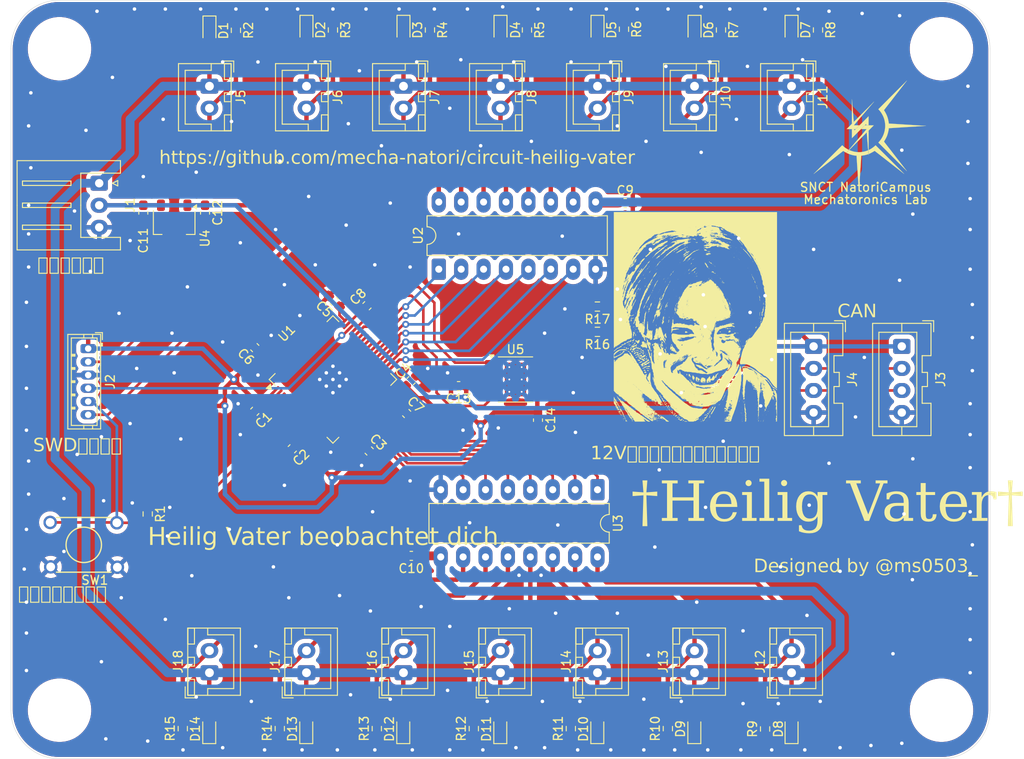
<source format=kicad_pcb>
(kicad_pcb (version 20241229) (generator "pcbnew") (generator_version "9.0")
  (layers (0 "F.Cu" signal) (2 "B.Cu" signal) (13 "F.Paste" user) (15 "B.Paste" user) (5 "F.SilkS" user "F.Silkscreen") (7 "B.SilkS" user "B.Silkscreen") (1 "F.Mask" user) (3 "B.Mask" user) (25 "Edge.Cuts" user))
  (net 0 "")
  (net 1 "GND")
  (net 2 "+3.3V")
  (net 3 "Net-(U1-VCAP_1)")
  (net 4 "Net-(U1-VCAP_2)")
  (net 5 "+12V")
  (net 6 "+5V")
  (net 7 "Net-(D1-K)")
  (net 8 "Net-(D2-K)")
  (net 9 "Net-(D3-K)")
  (net 10 "Net-(D4-K)")
  (net 11 "Net-(D5-K)")
  (net 12 "Net-(D6-K)")
  (net 13 "Net-(D7-K)")
  (net 14 "Net-(D8-K)")
  (net 15 "Net-(D9-K)")
  (net 16 "Net-(D10-K)")
  (net 17 "Net-(D11-K)")
  (net 18 "Net-(D12-K)")
  (net 19 "Net-(D13-K)")
  (net 20 "Net-(D14-K)")
  (net 21 "SWCLK")
  (net 22 "NRST")
  (net 23 "SWDIO")
  (net 24 "SWO")
  (net 25 "CAN_P")
  (net 26 "CAN_N")
  (net 27 "OUT1_1_PIN")
  (net 28 "OUT1_2_PIN")
  (net 29 "OUT1_3_PIN")
  (net 30 "OUT1_4_PIN")
  (net 31 "OUT1_5_PIN")
  (net 32 "OUT1_6_PIN")
  (net 33 "OUT1_7_PIN")
  (net 34 "OUT2_1_PIN")
  (net 35 "OUT2_2_PIN")
  (net 36 "OUT2_3_PIN")
  (net 37 "OUT2_4_PIN")
  (net 38 "OUT2_5_PIN")
  (net 39 "OUT2_6_PIN")
  (net 40 "OUT2_7_PIN")
  (net 47 "CAN_RX")
  (net 49 "OUT1_3")
  (net 50 "OUT1_5")
  (net 56 "OUT1_4")
  (net 59 "OUT1_2")
  (net 66 "OUT1_6")
  (net 70 "OUT2_3")
  (net 72 "OUT2_4")
  (net 73 "OUT2_7")
  (net 76 "CAN_TX")
  (net 80 "OUT2_2")
  (net 81 "OUT2_1")
  (net 84 "OUT1_1")
  (net 86 "OUT2_6")
  (net 87 "OUT2_5")
  (net 88 "OUT1_7")
  (net 89 "Net-(D15-K)")
  (net 90 "Net-(D16-K)")
  (footprint "circuit-heilig-vater:holeφ3.2" (layer "F.Cu") (at 200 125)
    (property "Reference" " " (hide yes))
    (property "Value" "holeφ3.2")
  )
  (footprint "Capacitor_SMD:C_0603_1608Metric_Pad1.08x0.95mm_HandSolder" (layer "F.Cu") (at 139.8875 107.5 180)
    (property "Reference" "C10")
    (property "Value" "0.1u")
  )
  (footprint "Capacitor_SMD:C_0603_1608Metric_Pad1.08x0.95mm_HandSolder" (layer "F.Cu") (at 122.14012 91.10988 -135)
    (property "Reference" "C1")
    (property "Value" "0.1u")
  )
  (footprint "Resistor_SMD:R_0603_1608Metric_Pad0.98x0.95mm_HandSolder" (layer "F.Cu") (at 157.975 127.0875 90)
    (property "Reference" "R11")
    (property "Value" "510")
  )
  (footprint "circuit-heilig-vater:LOGO" (layer "F.Cu") (at 191.5 60.1)
    (property "Reference" "G***" (hide yes))
    (property "Value" "LOGO" (hide yes))
  )
  (footprint "Connector_JST:JST_XH_B2B-XH-A_1x02_P2.50mm_Vertical" (layer "F.Cu") (at 117 54.25 -90)
    (property "Reference" "J5")
    (property "Value" "OUT1_1")
  )
  (footprint "Capacitor_SMD:C_0603_1608Metric_Pad1.08x0.95mm_HandSolder" (layer "F.Cu") (at 109.5 68.6125 -90)
    (property "Reference" "C11")
    (property "Value" "0.1u")
  )
  (footprint "Capacitor_SMD:C_0603_1608Metric_Pad1.08x0.95mm_HandSolder" (layer "F.Cu") (at 116.5 68.6125 -90)
    (property "Reference" "C12")
    (property "Value" "0.1u")
  )
  (footprint "LED_SMD:LED_0603_1608Metric_Pad1.05x0.95mm_HandSolder" (layer "F.Cu") (at 128 47.875 -90)
    (property "Reference" "D2")
    (property "Value" "LED")
  )
  (footprint "LED_SMD:LED_0603_1608Metric_Pad1.05x0.95mm_HandSolder" (layer "F.Cu") (at 127.975 127.125 90)
    (property "Reference" "D13")
    (property "Value" "LED")
  )
  (footprint "Connector_JST:JST_XA_B04B-XASK-1_1x04_P2.50mm_Vertical" (layer "F.Cu") (at 195.5 83.75 -90)
    (property "Reference" "J3")
    (property "Value" "CAN1")
  )
  (footprint "Resistor_SMD:R_0603_1608Metric_Pad0.98x0.95mm_HandSolder" (layer "F.Cu") (at 120 47.9125 -90)
    (property "Reference" "R2")
    (property "Value" "510")
  )
  (footprint "Resistor_SMD:R_0603_1608Metric_Pad0.98x0.95mm_HandSolder" (layer "F.Cu") (at 180 127.125 90)
    (property "Reference" "R9")
    (property "Value" "510")
  )
  (footprint "circuit-heilig-vater:holeφ3.2" (layer "F.Cu") (at 100 50)
    (property "Reference" " " (hide yes))
    (property "Value" "holeφ3.2")
  )
  (footprint "LED_SMD:LED_0603_1608Metric_Pad1.05x0.95mm_HandSolder" (layer "F.Cu") (at 183 127.125 90)
    (property "Reference" "D8")
    (property "Value" "LED")
  )
  (footprint "Capacitor_SMD:C_0603_1608Metric_Pad1.08x0.95mm_HandSolder" (layer "F.Cu") (at 139.85988 87.64012 45)
    (property "Reference" "C4")
    (property "Value" "0.1u")
  )
  (footprint "Resistor_SMD:R_0603_1608Metric_Pad0.98x0.95mm_HandSolder" (layer "F.Cu") (at 131 47.875 -90)
    (property "Reference" "R3")
    (property "Value" "510")
  )
  (footprint "Package_TO_SOT_SMD:SOT-89-3" (layer "F.Cu") (at 113 69.7 -90)
    (property "Reference" "U4")
    (property "Value" "AP130-33Y")
  )
  (footprint "LED_SMD:LED_0603_1608Metric_Pad1.05x0.95mm_HandSolder" (layer "F.Cu") (at 139 47.875 -90)
    (property "Reference" "D3")
    (property "Value" "LED")
  )
  (footprint "Resistor_SMD:R_0603_1608Metric_Pad0.98x0.95mm_HandSolder" (layer "F.Cu") (at 146.975 127.0875 90)
    (property "Reference" "R12")
    (property "Value" "510")
  )
  (footprint "Capacitor_SMD:C_0603_1608Metric_Pad1.08x0.95mm_HandSolder" (layer "F.Cu") (at 164.1375 67.5)
    (property "Reference" "C9")
    (property "Value" "0.1u")
  )
  (footprint "Connector_JST:JST_ZH_B6B-ZR_1x06_P1.50mm_Vertical" (layer "F.Cu") (at 103.25 84 -90)
    (property "Reference" "J2")
    (property "Value" "ST-LINK")
  )
  (footprint "circuit-heilig-vater:holeφ3.2" (layer "F.Cu") (at 200 50)
    (property "Reference" " " (hide yes))
    (property "Value" "holeφ3.2")
  )
  (footprint "LED_SMD:LED_0603_1608Metric_Pad1.05x0.95mm_HandSolder" (layer "F.Cu") (at 116.975 127.125 90)
    (property "Reference" "D14")
    (property "Value" "LED")
  )
  (footprint "circuit-heilig-vater:tact" (layer "F.Cu") (at 102.75 106.25 180)
    (property "Reference" "SW1")
    (property "Value" "SW_MEC_5E")
  )
  (footprint "Connector_JST:JST_XH_B2B-XH-A_1x02_P2.50mm_Vertical" (layer "F.Cu") (at 128 120.75 90)
    (property "Reference" "J17")
    (property "Value" "OUT2_6")
  )
  (footprint "LED_SMD:LED_0603_1608Metric_Pad1.05x0.95mm_HandSolder" (layer "F.Cu") (at 160.975 127.125 90)
    (property "Reference" "D10")
    (property "Value" "LED")
  )
  (footprint "LED_SMD:LED_0603_1608Metric_Pad1.05x0.95mm_HandSolder" (layer "F.Cu") (at 117 47.95 -90)
    (property "Reference" "D1")
    (property "Value" "LED")
  )
  (footprint "Capacitor_SMD:C_0603_1608Metric_Pad1.08x0.95mm_HandSolder" (layer "F.Cu") (at 154.25 92.1125 -90)
    (property "Reference" "C14")
    (property "Value" "0.1u")
  )
  (footprint "Resistor_SMD:R_0603_1608Metric_Pad0.98x0.95mm_HandSolder" (layer "F.Cu") (at 160.9875 79.233956 180)
    (property "Reference" "R17")
    (property "Value" "510")
  )
  (footprint "LED_SMD:LED_0603_1608Metric_Pad1.05x0.95mm_HandSolder" (layer "F.Cu") (at 138.975 127.125 90)
    (property "Reference" "D12")
    (property "Value" "LED")
  )
  (footprint "Resistor_SMD:R_0603_1608Metric_Pad0.98x0.95mm_HandSolder" (layer "F.Cu") (at 110 102.75 -90)
    (property "Reference" "R1")
    (property "Value" "10k")
  )
  (footprint "Resistor_SMD:R_0603_1608Metric_Pad0.98x0.95mm_HandSolder" (layer "F.Cu") (at 175 47.875 -90)
    (property "Reference" "R7")
    (property "Value" "510")
  )
  (footprint "Connector_JST:JST_XH_B2B-XH-A_1x02_P2.50mm_Vertical" (layer "F.Cu") (at 139 54.25 -90)
    (property "Reference" "J7")
    (property "Value" "OUT1_3")
  )
  (footprint "Connector_JST:JST_XH_B2B-XH-A_1x02_P2.50mm_Vertical" (layer "F.Cu") (at 183 54.25 -90)
    (property "Reference" "J11")
    (property "Value" "OUT1_7")
  )
  (footprint "Package_SO:SOIC-8-1EP_3.9x4.9mm_P1.27mm_EP2.41x3.81mm_ThermalVias" (layer "F.Cu") (at 151.7 87.5)
    (property "Reference" "U5")
    (property "Value" "TJA1441AT")
  )
  (footprint "Connector_JST:JST_XH_B2B-XH-A_1x02_P2.50mm_Vertical" (layer "F.Cu") (at 139 120.75 90)
    (property "Reference" "J16")
    (property "Value" "OUT2_5")
  )
  (footprint "Connector_JST:JST_XH_B2B-XH-A_1x02_P2.50mm_Vertical" (layer "F.Cu") (at 128 54.25 -90)
    (property "Reference" "J6")
    (property "Value" "OUT1_2")
  )
  (footprint "Connector_JST:JST_XA_B04B-XASK-1_1x04_P2.50mm_Vertical" (layer "F.Cu") (at 185.5 83.75 -90)
    (property "Reference" "J4")
    (property "Value" "CAN2")
  )
  (footprint "Capacitor_SMD:C_0603_1608Metric_Pad1.08x0.95mm_HandSolder" (layer "F.Cu") (at 122.14012 83.89012 135)
    (property "Reference" "C6")
    (property "Value" "0.1u")
  )
  (footprint "LED_SMD:LED_0603_1608Metric_Pad1.05x0.95mm_HandSolder" (layer "F.Cu") (at 161 47.875 -90)
    (property "Reference" "D5")
    (property "Value" "LED")
  )
  (footprint "Capacitor_SMD:C_0603_1608Metric_Pad1.08x0.95mm_HandSolder" (layer "F.Cu") (at 139.35988 91.35988 -45)
    (property "Reference" "C7")
    (property "Value" "2.2u")
  )
  (footprint "Resistor_SMD:R_0603_1608Metric_Pad0.98x0.95mm_HandSolder" (layer "F.Cu") (at 113.975 127.0875 90)
    (property "Reference" "R15")
    (property "Value" "510")
  )
  (footprint "Resistor_SMD:R_0603_1608Metric_Pad0.98x0.95mm_HandSolder" (layer "F.Cu") (at 160.9875 82.1 180)
    (property "Reference" "R16")
    (property "Value" "510")
  )
  (footprint "Connector_JST:JST_XH_B2B-XH-A_1x02_P2.50mm_Vertical" (layer "F.Cu") (at 150 120.75 90)
    (property "Reference" "J15")
    (property "Value" "OUT2_4")
  )
  (footprint "LED_SMD:LED_0603_1608Metric_Pad1.05x0.95mm_HandSolder" (layer "F.Cu") (at 149.975 127.125 90)
    (property "Reference" "D11")
    (property "Value" "LED")
  )
  (footprint "Connector_JST:JST_XH_B2B-XH-A_1x02_P2.50mm_Vertical" (layer "F.Cu") (at 117 120.75 90)
    (property "Reference" "J18")
    (property "Value" "OUT2_7")
  )
  (footprint "Resistor_SMD:R_0603_1608Metric_Pad0.98x0.95mm_HandSolder" (layer "F.Cu") (at 168.975 127.0875 90)
    (property "Reference" "R10")
    (property "Value" "510")
  )
  (footprint "Capacitor_SMD:C_0603_1608Metric_Pad1.08x0.95mm_HandSolder" (layer "F.Cu") (at 126.39012 95.35988 -135)
    (property "Reference" "C2")
    (property "Value" "0.1u")
  )
  (footprint "circuit-heilig-vater:m-u" (layer "F.Cu") (at 172.1 80.4)
    (property "Reference" "G***" (hide yes))
    (property "Value" "LOGO" (hide yes))
  )
  (footprint "Connector_JST:JST_XH_B2B-XH-A_1x02_P2.50mm_Vertical" (layer "F.Cu") (at 183 120.75 90)
    (property "Reference" "J12")
    (property "Value" "OUT2_1")
  )
  (footprint "circuit-heilig-vater:LED_0603_1608Metric_Pad1.05x0.95mm_HandSolder_NoSilkscreen" (layer "F.Cu") (at 170.8 82.1)
    (property "Reference" "D15")
    (property "Value" "LED")
  )
  (footprint "Resistor_SMD:R_0603_1608Metric_Pad0.98x0.95mm_HandSolder" (layer "F.Cu") (at 142 47.875 -90)
    (property "Reference" "R4")
    (property "Value" "510")
  )
  (footprint "Resistor_SMD:R_0603_1608Metric_Pad0.98x0.95mm_HandSolder" (layer "F.Cu") (at 153 47.875 -90)
    (property "Reference" "R5")
    (property "Value" "510")
  )
  (footprint "Resistor_SMD:R_0603_1608Metric_Pad0.98x0.95mm_HandSolder" (layer "F.Cu") (at 124.975 127.0875 90)
    (property "Reference" "R14")
    (property "Value" "510")
  )
  (footprint "LED_SMD:LED_0603_1608Metric_Pad1.05x0.95mm_HandSolder" (layer "F.Cu") (at 150 47.875 -90)
    (property "Reference" "D4")
    (property "Value" "LED")
  )
  (footprint "Resistor_SMD:R_0603_1608Metric_Pad0.98x0.95mm_HandSolder" (layer "F.Cu") (at 164 47.7875 -90)
    (property "Reference" "R6")
    (property "Value" "510")
  )
  (footprint "Connector_JST:JST_XH_B2B-XH-A_1x02_P2.50mm_Vertical" (layer "F.Cu") (at 172 54.25 -90)
    (property "Reference" "J10")
    (property "Value" "OUT1_6")
  )
  (footprint "Package_QFP:LQFP-64_10x10mm_P0.5mm" (layer "F.Cu") (at 131 87.5 45)
    (property "Reference" "U1")
    (property "Value" "STM32F405RGTx")
  )
  (footprint "LED_SMD:LED_0603_1608Metric_Pad1.05x0.95mm_HandSolder" (layer "F.Cu") (at 183 47.875 -90)
    (property "Reference" "D7")
    (property "Value" "LED")
  )
  (footprint "Connector_JST:JST_XH_B2B-XH-A_1x02_P2.50mm_Vertical" (layer "F.Cu") (at 172 120.75 90)
    (property "Reference" "J13")
    (property "Value" "OUT2_2")
  )
  (footprint "Capacitor_SMD:C_0603_1608Metric_Pad1.08x0.95mm_HandSolder" (layer "F.Cu") (at 134.85988 79.14012 45)
    (property "Reference" "C8")
    (property "Value" "2.2u")
  )
  (footprint "Connector_JST:JST_XH_B2B-XH-A_1x02_P2.50mm_Vertical" (layer "F.Cu") (at 161 54.25 -90)
    (property "Reference" "J9")
    (property "Value" "OUT1_5")
  )
  (footprint "LED_SMD:LED_0603_1608Metric_Pad1.05x0.95mm_HandSolder" (layer "F.Cu") (at 171.975 127.125 90)
    (property "Reference" "D9")
    (property "Value" "LED")
  )
  (footprint "Connector_JST:JST_XH_S3B-XH-A_1x03_P2.50mm_Horizontal" (layer "F.Cu") (at 104.5 65.25 -90)
    (property "Reference" "J1")
    (property "Value" "PWR")
  )
  (footprint "Package_DIP:DIP-16_W7.62mm_LongPads" (layer "F.Cu") (at 161 100 -90)
    (property "Reference" "U3")
    (property "Value" "ULN2003A")
  )
  (footprint "circuit-heilig-vater:LED_0603_1608Metric_Pad1.05x0.95mm_HandSolder_NoSilkscreen" (layer "F.Cu") (at 175.6 82)
    (property "Reference" "D16")
    (property "Value" "LED")
  )
  (footprint "Resistor_SMD:R_0603_1608Metric_Pad0.98x0.95mm_HandSolder" (layer "F.Cu") (at 186 47.875 -90)
    (property "Reference" "R8")
    (property "Value" "510")
  )
  (footprint "Connector_JST:JST_XH_B2B-XH-A_1x02_P2.50mm_Vertical" (layer "F.Cu") (at 150 54.25 -90)
    (property "Reference" "J8")
    (property "Value" "OUT1_4")
  )
  (footprint "Package_DIP:DIP-16_W7.62mm_LongPads" (layer "F.Cu") (at 143 75 90)
    (property "Reference" "U2")
    (property "Value" "ULN2003A")
  )
  (footprint "Resistor_SMD:R_0603_1608Metric_Pad0.98x0.95mm_HandSolder" (layer "F.Cu") (at 135.975 127.0875 90)
    (property "Reference" "R13")
    (property "Value" "510")
  )
  (footprint "LED_SMD:LED_0603_1608Metric_Pad1.05x0.95mm_HandSolder" (layer "F.Cu") (at 172 47.875 -90)
    (property "Reference" "D6")
    (property "Value" "LED")
  )
  (footprint "Connector_JST:JST_XH_B2B-XH-A_1x02_P2.50mm_Vertical" (layer "F.Cu") (at 161 120.75 90)
    (property "Reference" "J14")
    (property "Value" "OUT2_3")
  )
  (footprint "Capacitor_SMD:C_0603_1608Metric_Pad1.08x0.95mm_HandSolder" (layer "F.Cu") (at 135.10988 95.60988 -45)
    (property "Reference" "C3")
    (property "Value" "0.1u")
  )
  (footprint "Capacitor_SMD:C_0603_1608Metric_Pad1.08x0.95mm_HandSolder" (layer "F.Cu") (at 145.25 88.25 180)
    (property "Reference" "C13")
    (property "Value" "0.1u")
  )
  (footprint "Capacitor_SMD:C_0603_1608Metric_Pad1.08x0.95mm_HandSolder" (layer "F.Cu") (at 131.14012 78.64012 135)
    (property "Reference" "C5")
    (property "Value" "0.1u")
  )
  (footprint "circuit-heilig-vater:holeφ3.2" (layer "F.Cu") (at 100 125)
    (property "Reference" " " (hide yes))
    (property "Value" "holeφ3.2")
  )
  (gr_arc (start 94.5 50) (mid 96.110913 46.110913) (end 100 44.5) (stroke (width 0.05)) (layer "Edge.Cuts"))
  (gr_line (start 100 44.5) (end 200 44.5) (stroke (width 0.05)) (layer "Edge.Cuts"))
  (gr_arc (start 205.5 125) (mid 203.889087 128.889087) (end 200 130.5) (stroke (width 0.05)) (layer "Edge.Cuts"))
  (gr_line (start 200 130.5) (end 100 130.5) (stroke (width 0.05)) (layer "Edge.Cuts"))
  (gr_line (start 205.5 50) (end 205.5 125) (stroke (width 0.05)) (layer "Edge.Cuts"))
  (gr_arc (start 200 44.5) (mid 203.889087 46.110913) (end 205.5 50) (stroke (width 0.05)) (layer "Edge.Cuts"))
  (gr_line (start 94.5 125) (end 94.5 50) (stroke (width 0.05)) (layer "Edge.Cuts"))
  (gr_arc (start 100 130.5) (mid 96.110913 128.889087) (end 94.5 125) (stroke (width 0.05)) (layer "Edge.Cuts"))
  (gr_text "CAN" (at 188.2 80.7 0) (layer "F.SilkS") (effects (font (size 1.5 1.5) (thickness 0.153)) (justify left bottom)))
  (gr_text "12Vディジタル出力駆動用基板" (at 160.2 96.8 0) (layer "F.SilkS") (effects (font (size 1.5 1.5) (thickness 0.153)) (justify left bottom)))
  (gr_text "電源コネクタ" (at 97.5 75.4 0) (layer "F.SilkS") (effects (font (size 1.5 1.5) (thickness 0.153)) (justify left bottom)))
  (gr_text "SWDコネクタ" (at 97 95.9 0) (layer "F.SilkS") (effects (font (size 1.5 1.5) (thickness 0.153)) (justify left bottom)))
  (gr_text "リセットスイッチ" (at 95.3 112.7 0) (layer "F.SilkS") (effects (font (size 1.5 1.5) (thickness 0.153)) (justify left bottom)))
  (gr_text "†Heilig Vater†" (at 164.8 104.3 0) (layer "F.SilkS") (effects (font (size 4.5 4.5) (thickness 0.1) (italic yes)) (justify left bottom)))
  (gr_text "Heilig Vater beobachtet dich." (at 110 106.6 0) (layer "F.SilkS") (effects (font (size 2 2) (thickness 0.1875)) (justify left bottom)))
  (gr_text "https://github.com/mecha-natori/circuit-heilig-vater" (at 111.3 63.3 0) (layer "F.SilkS") (effects (font (size 1.5 1.5) (thickness 0.153)) (justify left bottom)))
  (gr_text "Designed by @ms0503_" (at 178.7 109.6 0) (layer "F.SilkS") (effects (font (size 1.5 1.5) (thickness 0.153)) (justify left bottom)))
  (segment (start 129.237437 91.737437) (end 128.224606 92.750268) (width 0.3) (layer "F.Cu") (net 1))
  (segment (start 151.065 86.865) (end 151.7 87.5) (width 0.5) (layer "F.Cu") (net 1))
  (segment (start 124.689072 85.785266) (end 125.701903 86.798097) (width 0.3) (layer "F.Cu") (net 1))
  (segment (start 149.225 86.865) (end 151.065 86.865) (width 0.5) (layer "F.Cu") (net 1))
  (segment (start 125.749732 84.724606) (end 124.775126 83.75) (width 0.3) (layer "F.Cu") (net 1))
  (segment (start 127.474874 93.5) (end 128.224606 92.750268) (width 0.3) (layer "F.Cu") (net 1))
  (segment (start 131.701903 92.798097) (end 132.714734 93.810928) (width 0.3) (layer "F.Cu") (net 1))
  (segment (start 133.336658 94.432852) (end 132.714734 93.810928) (width 0.3) (layer "F.Cu") (net 1))
  (segment (start 126.762563 85.737437) (end 125.749732 84.724606) (width 0.3) (layer "F.Cu") (net 1))
  (segment (start 124 85.096194) (end 124 84.5) (width 0.3) (layer "F.Cu") (net 1))
  (segment (start 132.709034 95.409034) (end 133.336658 94.78141) (width 0.3) (layer "F.Cu") (net 1))
  (segment (start 124.775126 83.75) (end 124.75 83.75) (width 0.3) (layer "F.Cu") (net 1))
  (segment (start 151.7 86.8) (end 151.7 87.5) (width 0.5) (layer "F.Cu") (net 1))
  (segment (start 127 93.5) (end 127.474874 93.5) (width 0.3) (layer "F.Cu") (net 1))
  (segment (start 154.175 85.595) (end 152.905 85.595) (width 0.5) (layer "F.Cu") (net 1))
  (segment (start 152.905 85.595) (end 151.7 86.8) (width 0.5) (layer "F.Cu") (net 1))
  (segment (start 124.689072 85.785266) (end 124 85.096194) (width 0.3) (layer "F.Cu") (net 1))
  (segment (start 133.336658 94.78141) (end 133.336658 94.432852) (width 0.3) (layer "F.Cu") (net 1))
  (via (at 195.75 102.75) (size 0.8) (drill 0.4) (layers "F.Cu" "B.Cu") (net 1))
  (via (at 176 45.5) (size 0.8) (drill 0.4) (layers "F.Cu" "B.Cu") (net 1))
  (via (at 182.75 62) (size 0.8) (drill 0.4) (layers "F.Cu" "B.Cu") (net 1))
  (via (at 112 114.7) (size 0.8) (drill 0.4) (layers "F.Cu" "B.Cu") (net 1))
  (via (at 203.5 82.75) (size 0.8) (drill 0.4) (layers "F.Cu" "B.Cu") (net 1))
  (via (at 203 63) (size 0.8) (drill 0.4) (layers "F.Cu" "B.Cu") (net 1))
  (via (at 203.25 93.75) (size 0.8) (drill 0.4) (layers "F.Cu" "B.Cu") (net 1))
  (via (at 96 109) (size 0.8) (drill 0.4) (layers "F.Cu" "B.Cu") (net 1))
  (via (at 184.25 51.25) (size 0.8) (drill 0.4) (layers "F.Cu" "B.Cu") (net 1))
  (via (at 176.75 58) (size 0.8) (drill 0.4) (layers "F.Cu" "B.Cu") (net 1))
  (via (at 125.5 99.5) (size 0.8) (drill 0.4) (layers "F.Cu" "B.Cu") (net 1))
  (via (at 185 101.75) (size 0.8) (drill 0.4) (layers "F.Cu" "B.Cu") (net 1))
  (via (at 178 52) (size 0.8) (drill 0.4) (layers "F.Cu" "B.Cu") (net 1))
  (via (at 173.75 51.5) (size 0.8) (drill 0.4) (layers "F.Cu" "B.Cu") (net 1))
  (via (at 124.5 70.5) (size 0.8) (drill 0.4) (layers "F.Cu" "B.Cu") (net 1))
  (via (at 96.5 67.75) (size 0.8) (drill 0.4) (layers "F.Cu" "B.Cu") (net 1))
  (via (at 155 129.25) (size 0.8) (drill 0.4) (layers "F.Cu" "B.Cu") (net 1))
  (via (at 175.25 94.5) (size 0.8) (drill 0.4) (layers "F.Cu" "B.Cu") (net 1))
  (via (at 104.75 94) (size 0.8) (drill 0.4) (layers "F.Cu" "B.Cu") (net 1))
  (via (at 113 86.75) (size 0.8) (drill 0.4) (layers "F.Cu" "B.Cu") (net 1))
  (via (at 142.5 45.5) (size 0.8) (drill 0.4) (layers "F.Cu" "B.Cu") (net 1))
  (via (at 122.5 51.5) (size 0.8) (drill 0.4) (layers "F.Cu" "B.Cu") (net 1))
  (via (at 131.75 88.25) (size 0.8) (drill 0.4) (layers "F.Cu" "B.Cu") (net 1))
  (via (at 108.5 45.5) (size 0.8) (drill 0.4) (layers "F.Cu" "B.Cu") (net 1))
  (via (at 187.25 45.75) (size 0.8) (drill 0.4) (layers "F.Cu" "B.Cu") (net 1))
  (via (at 138.5 45.5) (size 0.8) (drill 0.4) (layers "F.Cu" "B.Cu") (net 1))
  (via (at 163.25 58.75) (size 0.8) (drill 0.4) (layers "F.Cu" "B.Cu") (net 1))
  (via (at 118.5 51.5) (size 0.8) (drill 0.4) (layers "F.Cu" "B.Cu") (net 1))
  (via (at 184.75 114.25) (size 0.8) (drill 0.4) (layers "F.Cu" "B.Cu") (net 1))
  (via (at 169.75 129.5) (size 0.8) (drill 0.4) (layers "F.Cu" "B.Cu") (net 1))
  (via (at 106.75 80) (size 0.8) (drill 0.4) (layers "F.Cu" "B.Cu") (net 1))
  (via (at 203.25 109.5) (size 0.8) (drill 0.4) (layers "F.Cu" "B.Cu") (net 1))
  (via (at 203.25 67) (size 0.8) (drill 0.4) (layers "F.Cu" "B.Cu") (net 1))
  (via (at 203.25 75) (size 0.8) (drill 0.4) (layers "F.Cu" "B.Cu") (net 1))
  (via (at 157 71.25) (size 0.8) (drill 0.4) (layers "F.Cu" "B.Cu") (net 1))
  (via (at 195.5 128.75) (size 0.8) (drill 0.4) (layers "F.Cu" "B.Cu") (net 1))
  (via (at 144 86.75) (size 0.8) (drill 0.4) (layers "F.Cu" "B.Cu") (net 1))
  (via (at 125 62.75) (size 0.8) (drill 0.4) (layers "F.Cu" "B.Cu") (net 1))
  (via (at 173 77.9) (size 0.8) (drill 0.4) (layers "F.Cu" "B.Cu") (net 1))
  (via (at 156.25 114) (size 0.8) (drill 0.4) (layers "F.Cu" "B.Cu") (net 1))
  (via (at 135.25 113.75) (size 0.8) (drill 0.4) (layers "F.Cu" "B.Cu") (net 1))
  (via (at 203 54.25) (size 0.8) (drill 0.4) (layers "F.Cu" "B.Cu") (net 1))
  (via (at 177.5 116) (size 0.8) (drill 0.4) (layers "F.Cu" "B.Cu") (net 1))
  (via (at 120.5 93.75) (size 0.8) (drill 0.4) (layers "F.Cu" "B.Cu") (net 1))
  (via (at 108 71.75) (size 0.8) (drill 0.4) (layers "F.Cu" "B.Cu") (net 1))
  (via (at 135.75 74.5) (size 0.8) (drill 0.4) (layers "F.Cu" "B.Cu") (net 1))
  (via (at 158.5 93.5) (size 0.8) (drill 0.4) (layers "F.Cu" "B.Cu") (net 1))
  (via (at 127.25 80.25) (size 0.8) (drill 0.4) (layers "F.Cu" "B.Cu") (net 1))
  (via (at 103.5 75.25) (size 0.8) (drill 0.4) (layers "F.Cu" "B.Cu") (net 1))
  (via (at 177.5 124.25) (size 0.8) (drill 0.4) (layers "F.Cu" "B.Cu") (net 1))
  (via (at 96.5 74.75) (size 0.8) (drill 0.4) (layers "F.Cu" "B.Cu") (net 1))
  (via (at 172.75 45.25) (size 0.8) (drill 0.4) (layers "F.Cu" "B.Cu") (net 1))
  (via (at 154.25 45.5) (size 0.8) (drill 0.4) (layers "F.Cu" "B.Cu") (net 1))
  (via (at 121.75 124) (size 0.8) (drill 0.4) (layers "F.Cu" "B.Cu") (net 1))
  (via (at 96.25 88.5) (size 0.8) (drill 0.4) (layers "F.Cu" "B.Cu") (net 1))
  (via (at 96.75 55) (size 0.8) (drill 0.4) (layers "F.Cu" "B.Cu") (net 1))
  (via (at 170.5 124) (size 0.8) (drill 0.4) (layers "F.Cu" "B.Cu") (net 1))
  (via (at 120 45.5) (size 0.8) (drill 0.4) (layers "F.Cu" "B.Cu") (net 1))
  (via (at 172.25 112.75) (size 0.8) (drill 0.4) (layers "F.Cu" "B.Cu") (net 1))
  (via (at 124 82.5) (size 0.8) (drill 0.4) (layers "F.Cu" "B.Cu") (net 1))
  (via (at 102 96) (size 0.8) (drill 0.4) (layers "F.Cu" "B.Cu") (net 1))
  (via (at 96.25 83.75) (size 0.8) (drill 0.4) (layers "F.Cu" "B.Cu") (net 1))
  (via (at 104.75 119.5) (size 0.8) (drill 0.4) (layers "F.Cu" "B.Cu") (net 1))
  (via (at 203.25 113.5) (size 0.8) (drill 0.4) (layers "F.Cu" "B.Cu") (net 1))
  (via (at 96.25 93.25) (size 0.8) (drill 0.4) (layers "F.Cu" "B.Cu") (net 1))
  (via (at 186.25 124) (size 0.8) (drill 0.4) (layers "F.Cu" "B.Cu") (net 1))
  (via (at 180 45.5) (size 0.8) (drill 0.4) (layers "F.Cu" "B.Cu") (net 1))
  (via (at 153.5 60.5) (size 0.8) (drill 0.4) (layers "F.Cu" "B.Cu") (net 1))
  (via (at 159.25 85) (size 0.8) (drill 0.4) (layers "F.Cu" "B.Cu") (net 1))
  (via (at 144.25 129.5) (size 0.8) (drill 0.4) (layers "F.Cu" "B.Cu") (net 1))
  (via (at 118.5 129.25) (size 0.8) (drill 0.4) (layers "F.Cu" "B.Cu") (net 1))
  (via (at 144 122.75) (size 0.8) (drill 0.4) (layers "F.Cu" "B.Cu") (net 1))
  (via (at 104.25 45.75) (size 0.8) (drill 0.4) (layers "F.Cu" "B.Cu") (net 1))
  (via (at 168 97.75) (size 0.8) (drill 0.4) (layers "F.Cu" "B.Cu") (net 1))
  (via (at 103 59.25) (size 0.8) (drill 0.4) (layers "F.Cu" "B.Cu") (net 1))
  (via (at 100.5 101) (size 0.8) (drill 0.4) (layers "F.Cu" "B.Cu") (net 1))
  (via (at 130.75 95.75) (size 0.8) (drill 0.4) (layers "F.Cu" "B.Cu") (net 1))
  (via (at 96.5 96.75) (size 0.8) (drill 0.4) (layers "F.Cu" "B.Cu") (net 1))
  (via (at 173.5 129.5) (size 0.8) (drill 0.4) (layers "F.Cu" "B.Cu") (net 1))
  (via (at 96.25 116.25) (size 0.8) (drill 0.4) (layers "F.Cu" "B.Cu") (net 1))
  (via (at 149.75 93) (size 0.8) (drill 0.4) (layers "F.Cu" "B.Cu") (net 1))
  (via (at 173.2 81.5) (size 0.8) (drill 0.4) (layers "F.Cu" "B.Cu") (net 1))
  (via (at 130.25 86.75) (size 0.8) (drill 0.4) (layers "F.Cu" "B.Cu") (net 1))
  (via (at 120.5 72) (size 0.8) (drill 0.4) (layers "F.Cu" "B.Cu") (net 1))
  (via (at 203.25 70.5) (size 0.8) (drill 0.4) (layers "F.Cu" "B.Cu") (net 1))
  (via (at 172.75 61.75) (size 0.8) (drill 0.4) (layers "F.Cu" "B.Cu") (net 1))
  (via (at 131 87.5) (size 0.8) (drill 0.4) (layers "F.Cu" "B.Cu") (net 1))
  (via (at 134 52.5) (size 0.8) (drill 0.4) (layers "F.Cu" "B.Cu") (net 1))
  (via (at 144.25 115.5) (size 0.8) (drill 0.4) (layers "F.Cu" "B.Cu") (net 1))
  (via (at 203.25 102.5) (size 0.8) (drill 0.4) (layers "F.Cu" "B.Cu") (net 1))
  (via (at 145.5 51.25) (size 0.8) (drill 0.4) (layers "F.Cu" "B.Cu") (net 1))
  (via (at 190.25 91.75) (size 0.8) (drill 0.4) (layers "F.Cu" "B.Cu") (net 1))
  (via (at 196.75 68.75) (size 0.8) (drill 0.4) (layers "F.Cu" "B.Cu") (net 1))
  (via (at 145.75 93.25) (size 0.8) (drill 0.4) (layers "F.Cu" "B.Cu") (net 1))
  (via (at 115 109.75) (size 0.8) (drill 0.4) (layers "F.Cu" "B.Cu") (net 1))
  (via (at 188.5 109.25) (size 0.8) (drill 0.4) (layers "F.Cu" "B.Cu") (net 1))
  (via (at 112.5 102) (size 0.8) (drill 0.4) (layers "F.Cu" "B.Cu") (net 1))
  (via (at 167.5 106.5) (size 0.8) (drill 0.4) (layers "F.Cu" "B.Cu") (net 1))
  (via (at 187.25 97) (size 0.8) (drill 0.4) (layers "F.Cu" "B.Cu") (net 1))
  (via (at 180.75 85.25) (size 0.8) (drill 0.4) (layers "F.Cu" "B.Cu") (net 1))
  (via (at 100.5 107) (size 0.8) (drill 0.4) (layers "F.Cu" "B.Cu") (net 1))
  (via (at 166.25 129.5) (size 0.8) (drill 0.4) (layers "F.Cu" "B.Cu") (net 1))
  (via (at 131 45.5) (size 0.8) (drill 0.4) (layers "F.Cu" "B.Cu") (net 1))
  (via (at 108.25 101.5) (size 0.8) (drill 0.4) (layers "F.Cu" "B.Cu") (net 1))
  (via (at 203.5 106.25) (size 0.8) (drill 0.4) (layers "F.Cu" "B.Cu") (net 1))
  (via (at 129 74.5) (size 0.8) (drill 0.4) (layers "F.Cu" "B.Cu") (net 1))
  (via (at 107 112.25) (size 0.8) (drill 0.4) (layers "F.Cu" "B.Cu") (net 1))
  (via (at 105 101.25) (size 0.8) (drill 0.4) (layers "F.Cu" "B.Cu") (net 1))
  (via (at 180.75 129.5) (size 0.8) (drill 0.4) (layers "F.Cu" "B.Cu") (net 1))
  (via (at 140.5 51.5) (size 0.8) (drill 0.4) (layers "F.Cu" "B.Cu") (net 1))
  (via (at 196.75 96.5) (size 0.8) (drill 0.4) (layers "F.Cu" "B.Cu") (net 1))
  (via (at 127 45.5) (size 0.8) (drill 0.4) (layers "F.Cu" "B.Cu") (net 1))
  (via (at 114.5 77) (size 0.8) (drill 0.4) (layers "F.Cu" "B.Cu") (net 1))
  (via (at 196.7 110.2) (size 0.8) (drill 0.4) (layers "F.Cu" "B.Cu") (net 1))
  (via (at 158 45.5) (size 0.8) (drill 0.4) (layers "F.Cu" "B.Cu") (net 1))
  (via (at 135.5 102.5) (size 0.8) (drill 0.4) (layers "F.Cu" "B.Cu") (net 1))
  (via (at 113.75 94.25) (size 0.8) (drill 0.4) (layers "F.Cu" "B.Cu") (net 1))
  (via (at 133 123.25) (size 0.8) (drill 0.4) (layers "F.Cu" "B.Cu") (net 1))
  (via (at 115.5 64) (size 0.8) (drill 0.4) (layers "F.Cu" "B.Cu") (net 1))
  (via (at 140 129.5) (size 0.8) (drill 0.4) (layers "F.Cu" "B.Cu") (net 1))
  (via (at 112 45.5) (size 0.8) (drill 0.4) (layers "F.Cu" "B.Cu") (net 1))
  (via (at 147.75 61) (size 0.8) (drill 0.4) (layers "F.Cu" "B.Cu") (net 1))
  (via (at 141 113.25) (size 0.8) (drill 0.4) (layers "F.Cu" "B.Cu") (net 1))
  (via (at 132.5 70) (size 0.8) (drill 0.4) (layers "F.Cu" "B.Cu") (net 1))
  (via (at 134.25 97.25) (size 0.8) (drill 0.4) (layers "F.Cu" "B.Cu") (net 1))
  (via (at 158.25 89) (size 0.8) (drill 0.4) (layers "F.Cu" "B.Cu") (net 1))
  (via (at 154.75 124) (size 0.8) (drill 0.4) (layers "F.Cu" "B.Cu") (net 1))
  (via (at 112.75 82.25) (size 0.8) (drill 0.4) (layers "F.Cu" "B.Cu") (net 1))
  (via (at 118.5 83.25) (size 0.8) (drill 0.4) (layers "F.Cu" "B.Cu") (net 1))
  (via (at 101.7 68.4) (size 0.8) (drill 0.4) (layers "F.Cu" "B.Cu") (net 1))
  (via (at 191 46) (size 0.8) (drill 0.4) (layers "F.Cu" "B.Cu") (net 1))
  (via (at 122.25 117.75) (size 0.8) (drill 0.4) (layers "F.Cu" "B.Cu") (net 1))
  (via (at 96.5 58.75) (size 0.8) (drill 0.4) (layers "F.Cu" "B.Cu") (net 1))
  (via (at 115.5 123.5) (size 0.8) (drill 0.4) (layers "F.Cu" "B.Cu") (net 1))
  (via (at 120.25 90.25) (size 0.8) (drill 0.4) (layers "F.Cu" "B.Cu") (net 1))
  (via (at 181.5 124.25) (size 0.8) (drill 0.4) (layers "F.Cu" "B.Cu") (net 1))
  (via (at 184.5 129.5) (size 0.8) (drill 0.4) (layers "F.Cu" "B.Cu") (net 1))
  (via (at 162 45.5) (size 0.8) (drill 0.4) (layers "F.Cu" "B.Cu") (net 1))
  (via (at 139.75 99) (size 0.8) (drill 0.4) (layers "F.Cu" "B.Cu") (net 1))
  (via (at 150.25 45.25) (size 0.8) (drill 0.4) (layers "F.Cu" "B.Cu") (net 1))
  (via (at 192 129) (size 0.8) (drill 0.4) (layers "F.Cu" "B.Cu") (net 1))
  (via (at 145.25 71) (size 0.8) (drill 0.4) (layers "F.Cu" "B.Cu") (net 1))
  (via (at 154.6 109.7) (size 0.8) (drill 0.4) (layers "F.Cu" "B.Cu") (net 1))
  (via (at 181.75 108.75) (size 0.8) (drill 0.4) (layers "F.Cu" "B.Cu") (net 1))
  (via (at 111.75 58) (size 0.8) (drill 0.4) (layers "F.Cu" "B.Cu") (net 1))
  (via (at 129 51.5) (size 0.8) (drill 0.4) (layers "F.Cu" "B.Cu") (net 1))
  (via (at 96.25 112.75) (size 0.8) (drill 0.4) (layers "F.Cu" "B.Cu") (net 1))
  (via (at 166.25 123.75) (size 0.8) (drill 0.4) (layers "F.Cu" "B.Cu") (net 1))
  (via (at 194.5 118.6) (size 0.8) (drill 0.4) (layers "F.Cu" "B.Cu") (net 1))
  (via (at 168.1 84.6) (size 0.8) (drill 0.4) (layers "F.Cu" "B.Cu") (net 1))
  (via (at 148 129.5) (size 0.8) (drill 0.4) (layers "F.Cu" "B.Cu") (net 1))
  (via (at 96.5 100.5) (size 0.8) (drill 0.4) (layers "F.Cu" "B.Cu") (net 1))
  (via (at 203.25 120.75) (size 0.8) (drill 0.4) (layers "F.Cu" "B.Cu") (net 1))
  (via (at 167 72.75) (size 0.8) (drill 0.4) (layers "F.Cu" "B.Cu") (net 1))
  (via (at 127.5 129.5) (size 0.8) (drill 0.4) (layers "F.Cu" "B.Cu") (net 1))
  (via (at 195.25 46.25) (size 0.8) (drill 0.4) (layers "F.Cu" "B.Cu") (net 1))
  (via (at 158.75 129.5) (size 0.8) (drill 0.4) (layers "F.Cu" "B.Cu") (net 1))
  (via (at 203 58.25) (size 0.8) (drill 0.4) (layers "F.Cu" "B.Cu") (net 1))
  (via (at 151.75 129.25) (size 0.8) (drill 0.4) (layers "F.Cu" "B.Cu") (net 1))
  (via (at 162.5 51.5) (size 0.8) (drill 0.4) (layers "F.Cu" "B.Cu") (net 1))
  (via (at 136.5 61) (size 0.8) (drill 0.4) (layers "F.Cu" "B.Cu") (net 1))
  (via (at 116 45.5) (size 0.8) (drill 0.4) (layers "F.Cu" "B.Cu") (net 1))
  (via (at 159 124) (size 0.8) (drill 0.4) (layers "F.Cu" "B.Cu") (net 1))
  (via (at 165.5 45.5) (size 0.8) (drill 0.4) (layers "F.Cu" "B.Cu") (net 1))
  (via (at 137.5 67.5) (size 0.8) (drill 0.4) (layers "F.Cu" "B.Cu") (net 1))
  (via (at 179.5 90.5) (size 0.8) (drill 0.4) (layers "F.Cu" "B.Cu") (net 1))
  (via (at 203.5 86.5) (size 0.8) (drill 0.4) (layers "F.Cu" "B.Cu") (net 1))
  (via (at 126 112.25) (size 0.8) (drill 0.4) (layers "F.Cu" "B.Cu") (net 1))
  (via (at 185.5 72.75) (size 0.8) (drill 0.4) (layers "F.Cu" "B.Cu") (net 1))
  (via (at 123.25 129.5) (size 0.8) (drill 0.4) (layers "F.Cu" "B.Cu") (net 1))
  (via (at 122.5 87) (size 0.8) (drill 0.4) (layers "F.Cu" "B.Cu") (net 1))
  (via (at 137.5 123.75) (size 0.8) (drill 0.4) (layers "F.Cu" "B.Cu") (net 1))
  (via (at 119.25 104.5) (size 0.8) (drill 0.4) (layers "F.Cu" "B.Cu") (net 1))
  (via (at 141.75 86.25) (size 0.8) (drill 0.4) (layers "F.Cu" "B.Cu") (net 1))
  (via (at 125.5 76.75) (size 0.8) (drill 0.4) (layers "F.Cu" "B.Cu") (net 1))
  (via (at 180 78) (size 0.8) (drill 0.4) (layers "F.Cu" "B.Cu") (net 1))
  (via (at 110 128.5) (size 0.8) (drill 0.4) (layers "F.Cu" "B.Cu") (net 1))
  (via (at 105.25 128.25) (size 0.8) (drill 0.4) (layers "F.Cu" "B.Cu") (net 1))
  (via (at 96.5 71) (size 0.8) (drill 0.4) (layers "F.Cu" "B.Cu") (net 1))
  (via (at 109.5 64.5) (size 0.8) (drill 0.4) (layers "F.Cu" "B.Cu") (net 1))
  (via (at 195.25 76.25) (size 0.8) (drill 0.4) (layers "F.Cu" "B.Cu") (net 1))
  (via (at 112.25 105.25) (size 0.8) (drill 0.4) (layers "F.Cu" "B.Cu") (net 1))
  (via (at 131.5 129.5) (size 0.8) (drill 0.4) (layers "F.Cu" "B.Cu") (net 1))
  (via (at 177.25 129.5) (size 0.8) (drill 0.4) (layers "F.Cu" "B.Cu") (net 1))
  (via (at 151.5 51.5) (size 0.8) (drill 0.4) (layers "F.Cu" "B.Cu") (net 1))
  (via (at 131.5 106.25) (size 0.8) (drill 0.4) (layers "F.Cu" "B.Cu") (net 1))
  (via (at 178.3 79.9) (size 0.8) (drill 0.4) (layers "F.Cu" "B.Cu") (net 1))
  (via (at 203.5 79) (size 0.8) (drill 0.4) (layers "F.Cu" "B.Cu") (net 1))
  (via (at 146.5 103.75) (size 0.8) (drill 0.4) (layers "F.Cu" "B.Cu") (net 1))
  (via (at 173.25 102) (size 0.8) (drill 0.4) (layers "F.Cu" "B.Cu") (net 1))
  (via (at 168.75 52) (size 0.8) (drill 0.4) (layers "F.Cu" "B.Cu") (net 1))
  (via (at 203.25 90.25) (size 0.8) (drill 0.4) (layers "F.Cu" "B.Cu") (net 1))
  (via (at 123.5 45.5) (size 0.8) (drill 0.4) (layers "F.Cu" "B.Cu") (net 1))
  (via (at 183.75 45.5) (size 0.8) (drill 0.4) (layers "F.Cu" "B.Cu") (net 1))
  (via (at 151 113.5) (size 0.8) (drill 0.4) (layers "F.Cu" "B.Cu") (net 1))
  (via (at 108 92.5) (size 0.8) (drill 0.4) (layers "F.Cu" "B.Cu") (net 1))
  (via (at 131.75 86.75) (size 0.8) (drill 0.4) (layers "F.Cu" "B.Cu") (net 1))
  (via (at 130.25 88.25) (size 0.8) (drill 0.4) (layers "F.Cu" "B.Cu") (net 1))
  (via (at 96.75 63.5) (size 0.8) (drill 0.4) (layers "F.Cu" "B.Cu") (net 1))
  (via (at 96.25 78.75) (size 0.8) (drill 0.4) (layers "F.Cu" "B.Cu") (net 1))
  (via (at 134.75 45.5) (size 0.8) (drill 0.4) (layers "F.Cu" "B.Cu") (net 1))
  (via (at 163.6 80.7) (size 0.8) (drill 0.4) (layers "F.Cu" "B.Cu") (net 1))
  (via (at 158 51.5) (size 0.8) (drill 0.4) (layers "F.Cu" "B.Cu") (net 1))
  (via (at 106 53.25) (size 0.8) (drill 0.4) (layers "F.Cu" "B.Cu") (net 1))
  (via (at 96.25 104.5) (size 0.8) (drill 0.4) (layers "F.Cu" "B.Cu") (net 1))
  (via (at 191.25 85) (size 0.8) (drill 0.4) (layers "F.Cu" "B.Cu") (net 1))
  (via (at 148.5 124) (size 0.8) (drill 0.4) (layers "F.Cu" "B.Cu") (net 1))
  (via (at 144.25 56.75) (size 0.8) (drill 0.4) (layers "F.Cu" "B.Cu") (net 1))
  (via (at 166.75 118.75) (size 0.8) (drill 0.4) (layers "F.Cu" "B.Cu") (net 1))
  (via (at 203.25 117) (size 0.8) (drill 0.4) (layers "F.Cu" "B.Cu") (net 1))
  (via (at 119.5 58.25) (size 0.8) (drill 0.4) (layers "F.Cu" "B.Cu") (net 1))
  (via (at 131 86) (size 0.8) (drill 0.4) (layers "F.Cu" "B.Cu") (net 1))
  (via (at 188.5 129.25) (size 0.8) (drill 0.4) (layers "F.Cu" "B.Cu") (net 1))
  (via (at 203.25 97.5) (size 0.8) (drill 0.4) (layers "F.Cu" "B.Cu") (net 1))
  (via (at 163.25 77.25) (size 0.8) (drill 0.4) (layers "F.Cu" "B.Cu") (net 1))
  (via (at 163.25 114) (size 0.8) (drill 0.4) (layers "F.Cu" "B.Cu") (net 1))
  (via (at 132.75 58.5) (size 0.8) (drill 0.4) (layers "F.Cu" "B.Cu") (net 1))
  (via (at 155 82.25) (size 0.8) (drill 0.4) (layers "F.Cu" "B.Cu") (net 1))
  (via (at 177 71.5) (size 0.8) (drill 0.4) (layers "F.Cu" "B.Cu") (net 1))
  (via (at 152.1 109.7) (size 0.8) (drill 0.4) (layers "F.Cu" "B.Cu") (net 1))
  (via (at 96.25 120.5) (size 0.8) (drill 0.4) (layers "F.Cu" "B.Cu") (net 1))
  (via (at 169 45.5) (size 0.8) (drill 0.4) (layers "F.Cu" "B.Cu") (net 1))
  (via (at 108.75 86.25) (size 0.8) (drill 0.4) (layers "F.Cu" "B.Cu") (net 1))
  (via (at 146.25 45.5) (size 0.8) (drill 0.4) (layers "F.Cu" "B.Cu") (net 1))
  (via (at 139.75 74.75) (size 0.8) (drill 0.4) (layers "F.Cu" "B.Cu") (net 1))
  (via (at 129.5 87.5) (size 0.8) (drill 0.4) (layers "F.Cu" "B.Cu") (net 1))
  (via (at 170.5 89) (size 0.8) (drill 0.4) (layers "F.Cu" "B.Cu") (net 1))
  (via (at 135.75 129.5) (size 0.8) (drill 0.4) (layers "F.Cu" "B.Cu") (net 1))
  (via (at 128.25 66.75) (size 0.8) (drill 0.4) (layers "F.Cu" "B.Cu") (net 1))
  (via (at 114 129.5) (size 0.8) (drill 0.4) (layers "F.Cu" "B.Cu") (net 1))
  (via (at 162.5 129.5) (size 0.8) (drill 0.4) (layers "F.Cu" "B.Cu") (net 1))
  (via (at 131.75 112) (size 0.8) (drill 0.4) (layers "F.Cu" "B.Cu") (net 1))
  (via (at 131 89) (size 0.8) (drill 0.4) (layers "F.Cu" "B.Cu") (net 1))
  (via (at 195.5 61.5) (size 0.8) (drill 0.4) (layers "F.Cu" "B.Cu") (net 1))
  (via (at 166.5 60.5) (size 0.8) (drill 0.4) (layers "F.Cu" "B.Cu") (net 1))
  (via (at 132.5 87.5) (size 0.8) (drill 0.4) (layers "F.Cu" "B.Cu") (net 1))
  (via (at 124.25 108.75) (size 0.8) (drill 0.4) (layers "F.Cu" "B.Cu") (net 1))
  (via (at 157.3 79.5) (size 0.8) (drill 0.4) (layers "F.Cu" "B.Cu") (net 1))
  (via (at 156.5 104) (size 0.8) (drill 0.4) (layers "F.Cu" "B.Cu") (net 1))
  (segment (start 120.125 87.875) (end 119.375 87.875) (width 0.5) (layer "F.Cu") (net 2))
  (segment (start 120.125 87.125) (end 119.75 87.5) (width 0.5) (layer "F.Cu") (net 2))
  (segment (start 141.375 89.625) (end 140.625 89.625) (width 0.5) (layer "F.Cu") (net 2))
  (segment (start 103.25 79.75) (end 108 75) (width 0.5) (layer "F.Cu") (net 2))
  (segment (start 108 75) (end 123.25 75) (width 0.5) (layer "F.Cu") (net 2))
  (segment (start 131.75 79.25) (end 131.75 80.224338) (width 0.3) (layer "F.Cu") (net 2))
  (segment (start 118.25 90.5) (end 111.75 90.5) (width 0.5) (layer "F.Cu") (net 2))
  (segment (start 134.5 94.889088) (end 133.068287 93.457375) (width 0.3) (layer "F.Cu") (net 2))
  (segment (start 127.875 71.375) (end 127.375 70.875) (width 0.5) (layer "F.Cu") (net 2))
  (segment (start 131.25 98.25) (end 134.5 95) (width 0.5) (layer "F.Cu") (net 2))
  (segment (start 154.175 91.175) (end 154.25 91.25) (width 0.5) (layer "F.Cu") (net 2))
  (segment (start 123.25 75) (end 126.875 71.375) (width 0.5) (layer "F.Cu") (net 2))
  (segment (start 118.75 90) (end 118.25 90.5) (width 0.5) (layer "F.Cu") (net 2))
  (segment (start 126.875 71.375) (end 127.875 71.375) (width 0.5) (layer "F.Cu") (net 2))
  (segment (start 120.125 87.875) (end 119.75 87.5) (width 0.5) (layer "F.Cu") (net 2))
  (segment (start 126.875 71.375) (end 126.875 70.375) (width 0.5) (layer "F.Cu") (net 2))
  (segment (start 127 94.68198) (end 128.578159 93.103821) (width 0.3) (layer "F.Cu") (net 2))
  (segment (start 111.75 90.5) (end 110 92.25) (width 0.5) (layer "F.Cu") (net 2))
  (segment (start 138.275662 88.25) (end 137.664481 88.861181) (width 0.3) (layer "F.Cu") (net 2))
  (segment (start 154.25 91.25) (end 149.25 91.25) (width 0.5) (layer "F.Cu") (net 2))
  (segment (start 127.375 70.875) (end 126.875 70.375) (width 0.5) (layer "F.Cu") (net 2))
  (segment (start 122.75 90.5) (end 120.125 87.875) (width 0.5) (layer "F.Cu") (net 2))
  (segment (start 122.75 84.5) (end 120.125 87.125) (width 0.5) (layer "F.Cu") (net 2))
  (segment (start 103.25 84) (end 103.25 79.75) (width 0.5) (layer "F.Cu") (net 2))
  (segment (start 110 92.25) (end 110 101.8375) (width 0.5) (layer "F.Cu") (net 2))
  (segment (start 118.75 90.5) (end 118.25 90.5) (width 0.5) (layer "F.Cu") (net 2))
  (segment (start 143.5 91.75) (end 141.375 89.625) (width 0.5) (layer "F.Cu") (net 2))
  (segment (start 120.125 87.125) (end 120.125 87.875) (width 0.5) (layer "F.Cu") (net 2))
  (segment (start 122.75 84.5533) (end 124.335519 86.138819) (width 0.3) (layer "F.Cu") (net 2))
  (segment (start 140.625 89.625) (end 139.25 88.25) (width 0.5) (layer "F.Cu") (net 2))
  (segment (start 127 94.75) (end 127 94.68198) (width 0.3) (layer "F.Cu") (net 2))
  (segment (start 118.75 90) (end 118.75 88.5) (width 0.5) (layer "F.Cu") (net 2))
  (segment (start 132.5 78.5) (end 132.5 76) (width 0.5) (layer "F.Cu") (net 2))
  (segment (start 130.5 98.25) (end 130.875 98.625) (width 0.5) (layer "F.Cu") (net 2))
  (segment (start 147.75 92.75) (end 147.375 92.375) (width 0.5) (layer "F.Cu") (net 2))
  (segment (start 119.375 87.875) (end 119.75 87.5) (width 0.5) (layer "F.Cu") (net 2))
  (segment (start 114.5 67.75) (end 116.5 67.75) (width 0.5) (layer "F.Cu") (net 2))
  (segment (start 118.75 90.5) (end 118.75 90) (width 0.5) (layer "F.Cu") (net 2))
  (segment (start 147.375 92.375) (end 146.75 91.75) (width 0.5) (layer "F.Cu") (net 2))
  (segment (start 122.75 90.5) (end 122.75 90.4467) (width 0.3) (layer "F.Cu") (net 2))
  (segment (start 130.875 98.625) (end 131.25 98.25) (width 0.5) (layer "F.Cu") (net 2))
  (segment (start 118.75 88.5) (end 119.375 87.875) (width 0.5) (layer "F.Cu") (net 2))
  (segment (start 130.5 98.25) (end 131.25 98.25) (width 0.5) (layer "F.Cu") (net 2))
  (segment (start 149.25 91.25) (end 148.125 92.375) (width 0.5) (layer "F.Cu") (net 2))
  (segment (start 122.75 84.5) (end 122.75 84.5533) (width 0.3) (layer "F.Cu") (net 2))
  (segment (start 148.125 92.375) (end 147.75 92.75) (width 0.5) (layer "F.Cu") (net 2))
  (segment (start 131.75 79.25) (end 132.5 78.5) (width 0.5) (layer "F.Cu") (net 2))
  (segment (start 124.25 67.75) (end 116.5 67.75) (width 0.5) (layer "F.Cu") (net 2))
  (segment (start 127 94.75) (end 130.5 98.25) (width 0.5) (layer "F.Cu") (net 2))
  (segment (start 126.875 71.375) (end 127.375 70.875) (width 0.5) (layer "F.Cu") (net 2))
  (segment (start 126.875 70.375) (end 124.25 67.75) (width 0.5) (layer "F.Cu") (net 2))
  (segment (start 134.5 95) (end 134.5 94.889088) (width 0.3) (layer "F.Cu") (net 2))
  (segment (start 122.75 90.4467) (end 124.335519 88.861181) (width 0.3) (layer "F.Cu") (net 2))
  (segment (start 132.5 76) (end 127.875 71.375) (width 0.5) (layer "F.Cu") (net 2))
  (segment (start 154.175 89.405) (end 154.175 91.175) (width 0.5) (layer "F.Cu") (net 2))
  (segment (start 146.75 91.75) (end 143.5 91.75) (width 0.5) (layer "F.Cu") (net 2))
  (segment (start 139.25 88.25) (end 138.275662 88.25) (width 0.3) (layer "F.Cu") (net 2))
  (segment (start 131.75 80.224338) (end 132.361181 80.835519) (width 0.3) (layer "F.Cu") (net 2))
  (segment (start 147.375 92.375) (end 148.125 92.375) (width 0.5) (layer "F.Cu") (net 2))
  (via (at 147.75 92.75) (size 0.8) (drill 0.4) (layers "F.Cu" "B.Cu") (net 2))
  (via (at 118.75 90.5) (size 0.8) (drill 0.4) (layers "F.Cu" "B.Cu") (net 2))
  (via (at 119.75 87.5) (size 0.8) (drill 0.4) (layers "F.Cu" "B.Cu") (net 2))
  (via (at 130.875 98.625) (size 0.8) (drill 0.4) (layers "F.Cu" "B.Cu") (net 2))
  (segment (start 118.75 100.5) (end 120.25 102) (width 0.5) (layer "B.Cu") (net 2))
  (segment (start 130.875 100.375) (end 130.875 99.25) (width 0.5) (layer "B.Cu") (net 2))
  (segment (start 138.75 96.5) (end 136.625 98.625) (width 0.5) (layer "B.Cu") (net 2))
  (segment (start 131.5 98.625) (end 130.875 99.25) (width 0.5) (layer "B.Cu") (net 2))
  (segment (start 129.25 102) (end 130.875 100.375) (width 0.5) (layer "B.Cu") (net 2))
  (segment (start 145.5 96.5) (end 138.75 96.5) (width 0.5) (layer "B.Cu") (net 2))
  (segment (start 120.25 102) (end 129.25 102) (width 0.5) (layer "B.Cu") (net 2))
  (segment (start 116.25 84) (end 103.25 84) (width 0.5) (layer "B.Cu") (net 2))
  (segment (start 147.75 92.75) (end 147.75 94.25) (width 0.5) (layer "B.Cu") (net 2))
  (segment (start 118.75 90.5) (end 118.75 100.5) (width 0.5) (layer "B.Cu") (net 2))
  (segment (start 147.75 94.25) (end 145.5 96.5) (width 0.5) (layer "B.Cu") (net 2))
  (segment (start 131.5 98.625) (end 130.875 98.625) (width 0.5) (layer "B.Cu") (net 2))
  (segment (start 130.875 99.25) (end 130.875 98.625) (width 0.5) (layer "B.Cu") (net 2))
  (segment (start 119.75 87.5) (end 116.25 84) (width 0.5) (layer "B.Cu") (net 2))
  (segment (start 136.625 98.625) (end 131.5 98.625) (width 0.5) (layer "B.Cu") (net 2))
  (segment (start 138.75 90.653806) (end 138.75 90.75) (width 0.3) (layer "F.Cu") (net 3))
  (segment (start 137.310928 89.214734) (end 138.75 90.653806) (width 0.3) (layer "F.Cu") (net 3))
  (segment (start 132.714734 81.189072) (end 134.153806 79.75) (width 0.3) (layer "F.Cu") (net 4))
  (segment (start 134.153806 79.75) (end 134.25 79.75) (width 0.3) (layer "F.Cu") (net 4))
  (segment (start 116.975 126.25) (end 116.975 120.775) (width 0.5) (layer "F.Cu") (net 5))
  (segment (start 160.975 120.775) (end 161 120.75) (width 0.5) (layer "F.Cu") (net 5))
  (segment (start 128 48.75) (end 128 54.25) (width 0.5) (layer "F.Cu") (net 5))
  (segment (start 183 48.75) (end 183 54.25) (width 0.5) (layer "F.Cu") (net 5))
  (segment (start 127.975 120.775) (end 128 120.75) (width 0.5) (layer "F.Cu") (net 5))
  (segment (start 163.275 67.5) (end 160.9 67.5) (width 1) (layer "F.Cu") (net 5))
  (segment (start 143.1 107.5) (end 143.22 107.62) (width 1) (layer "F.Cu") (net 5))
  (segment (start 160.9 67.5) (end 160.78 67.38) (width 1) (layer "F.Cu") (net 5))
  (segment (start 172 48.75) (end 172 54.25) (width 0.5) (layer "F.Cu") (net 5))
  (segment (start 183 126.25) (end 183 120.75) (width 0.5) (layer "F.Cu") (net 5))
  (segment (start 150 48.75) (end 150 54.25) (width 0.5) (layer "F.Cu") (net 5))
  (segment (start 149.975 120.775) (end 150 120.75) (width 0.5) (layer "F.Cu") (net 5))
  (segment (start 116.975 120.775) (end 117 120.75) (width 0.5) (layer "F.Cu") (net 5))
  (segment (start 171.975 120.775) (end 172 120.75) (width 0.5) (layer "F.Cu") (net 5))
  (segment (start 139 48.75) (end 139 54.25) (width 0.5) (layer "F.Cu") (net 5))
  (segment (start 160.975 126.25) (end 160.975 120.775) (width 0.5) (layer "F.Cu") (net 5))
  (segment (start 127.975 126.25) (end 127.975 120.775) (width 0.5) (layer "F.Cu") (net 5))
  (segment (start 138.975 126.25) (end 138.975 120.775) (width 0.5) (layer "F.Cu") (net 5))
  (segment (start 171.975 126.25) (end 171.975 120.775) (width 0.5) (layer "F.Cu") (net 5))
  (segment (start 149.975 126.25) (end 149.975 120.775) (width 0.5) (layer "F.Cu") (net 5))
  (segment (start 138.975 120.775) (end 139 120.75) (width 0.5) (layer "F.Cu") (net 5))
  (segment (start 117 48.825) (end 117 54.25) (width 0.5) (layer "F.Cu") (net 5))
  (segment (start 161 48.75) (end 161 54.25) (width 0.5) (layer "F.Cu") (net 5))
  (segment (start 140.75 107.5) (end 143.1 107.5) (width 1) (layer "F.Cu") (net 5))
  (segment (start 128 54.25) (end 117 54.25) (width 1) (layer "B.Cu") (net 5))
  (segment (start 185.75 120.75) (end 188.5 118) (width 1) (layer "B.Cu") (net 5))
  (segment (start 112.25 120.75) (end 117 120.75) (width 1) (layer "B.Cu") (net 5))
  (segment (start 188.5 114.5) (end 185.5 111.5) (width 1) (layer "B.Cu") (net 5))
  (segment (start 128 120.75) (end 139 120.75) (width 1) (layer "B.Cu") (net 5))
  (segment (start 117 54.25) (end 111.75 54.25) (width 1) (layer "B.Cu") (net 5))
  (segment (start 161 54.25) (end 150 54.25) (width 1) (layer "B.Cu") (net 5))
  (segment (start 143.22 109.72) (end 143.22 107.62) (width 1) (layer "B.Cu") (net 5))
  (segment (start 172 120.75) (end 183 120.75) (width 1) (layer "B.Cu") (net 5))
  (segment (start 186.25 54.25) (end 183 54.25) (width 1) (layer "B.Cu") (net 5))
  (segment (start 102.25 65.25) (end 99.5 68) (width 1) (layer "B.Cu") (net 5))
  (segment (start 183 120.75) (end 185.75 120.75) (width 1) (layer "B.Cu") (net 5))
  (segment (start 190 63.5) (end 190 58) (width 1) (layer "B.Cu") (net 5))
  (segment (start 99.5 96.5) (end 103 100) (width 1) (layer "B.Cu") (net 5))
  (segment (start 145 111.5) (end 143.22 109.72) (width 1) (layer "B.Cu") (net 5))
  (segment (start 188.5 118) (end 188.5 114.5) (width 1) (layer "B.Cu") (net 5))
  (segment (start 160.78 67.38) (end 186.12 67.38) (width 1) (layer "B.Cu") (net 5))
  (segment (start 104.5 65.25) (end 102.25 65.25) (width 1) (layer "B.Cu") (net 5))
  (segment (start 117 120.75) (end 128 120.75) (width 1) (layer "B.Cu") (net 5))
  (segment (start 185.5 111.5) (end 145 111.5) (width 1) (layer "B.Cu") (net 5))
  (segment (start 108 61.75) (end 104.5 65.25) (width 1) (layer "B.Cu") (net 5))
  (segment (start 139 54.25) (end 128 54.25) (width 1) (layer "B.Cu") (net 5))
  (segment (start 150 54.25) (end 139 54.25) (width 1) (layer "B.Cu") (net 5))
  (segment (start 108 58) (end 108 61.75) (width 1) (layer "B.Cu") (net 5))
  (segment (start 150 120.75) (end 161 120.75) (width 1) (layer "B.Cu") (net 5))
  (segment (start 103 100) (end 103 111.5) (width 1) (layer "B.Cu") (net 5))
  (segment (start 111.75 54.25) (end 108 58) (width 1) (layer "B.Cu") (net 5))
  (segment (start 172 54.25) (end 161 54.25) (width 1) (layer "B.Cu") (net 5))
  (segment (start 139 120.75) (end 150 120.75) (width 1) (layer "B.Cu") (net 5))
  (segment (start 183 54.25) (end 172 54.25) (width 1) (layer "B.Cu") (net 5))
  (segment (start 190 58) (end 186.25 54.25) (width 1) (layer "B.Cu") (net 5))
  (segment (start 99.5 68) (end 99.5 96.5) (width 1) (layer "B.Cu") (net 5))
  (segment (start 186.12 67.38) (end 190 63.5) (width 1) (layer "B.Cu") (net 5))
  (segment (start 103 111.5) (end 112.25 120.75) (width 1) (layer "B.Cu") (net 5))
  (segment (start 161 120.75) (end 172 120.75) (width 1) (layer "B.Cu") (net 5))
  (segment (start 183.75 82) (end 185.5 83.75) (width 0.5) (layer "F.Cu") (net 6))
  (segment (start 146.2275 88.135) (end 146.1125 88.25) (width 0.5) (layer "F.Cu") (net 6))
  (segment (start 146.1125 89.3875) (end 146 89.5) (width 0.5) (layer "F.Cu") (net 6))
  (segment (start 146.1125 88.25) (end 146.1125 89.3875) (width 0.5) (layer "F.Cu") (net 6))
  (segment (start 109.5 67.75) (end 111.5 67.75) (width 0.5) (layer "F.Cu") (net 6))
  (segment (start 171.675 82.1) (end 173.325 83.75) (width 0.5) (layer "F.Cu") (net 6))
  (segment (start 109.5 67.75) (end 104.5 67.75) (width 0.5) (layer "F.Cu") (net 6))
  (segment (start 176.475 82) (end 183.75 82) (width 0.5) (layer "F.Cu") (net 6))
  (segment (start 173.325 83.75) (end 185.5 83.75) (width 0.5) (layer "F.Cu") (net 6))
  (segment (start 149.225 88.135) (end 146.2275 88.135) (width 0.5) (layer "F.Cu") (net 6))
  (via (at 146 89.5) (size 0.8) (drill 0.4) (layers "F.Cu" "B.Cu") (net 6))
  (segment (start 172.5 90.75) (end 179.5 83.75) (width 0.5) (layer "B.Cu") (net 6))
  (segment (start 146 89.5) (end 147.25 90.75) (width 0.5) (layer "B.Cu") (net 6))
  (segment (start 120 67.75) (end 141.75 89.5) (width 0.5) (layer "B.Cu") (net 6))
  (segment (start 104.5 67.75) (end 120 67.75) (width 0.5) (layer "B.Cu") (net 6))
  (segment (start 185.5 83.75) (end 195.5 83.75) (width 0.5) (layer "B.Cu") (net 6))
  (segment (start 141.75 89.5) (end 146 89.5) (width 0.5) (layer "B.Cu") (net 6))
  (segment (start 147.25 90.75) (end 172.5 90.75) (width 0.5) (layer "B.Cu") (net 6))
  (segment (start 179.5 83.75) (end 185.5 83.75) (width 0.5) (layer "B.Cu") (net 6))
  (segment (start 117.075 47) (end 117 47.075) (width 0.5) (layer "F.Cu") (net 7))
  (segment (start 120 47) (end 117.075 47) (width 0.5) (layer "F.Cu") (net 7))
  (segment (start 131 46.9625) (end 128.0375 46.9625) (width 0.5) (layer "F.Cu") (net 8))
  (segment (start 128.0375 46.9625) (end 128 47) (width 0.5) (layer "F.Cu") (net 8))
  (segment (start 139.0375 46.9625) (end 139 47) (width 0.5) (layer "F.Cu") (net 9))
  (segment (start 142 46.9625) (end 139.0375 46.9625) (width 0.5) (layer "F.Cu") (net 9))
  (segment (start 153 46.9625) (end 150.0375 46.9625) (width 0.5) (layer "F.Cu") (net 10))
  (segment (start 150.0375 46.9625) (end 150 47) (width 0.5) (layer "F.Cu") (net 10))
  (segment (start 164 46.875) (end 161.125 46.875) (width 0.5) (layer "F.Cu") (net 11))
  (segment (start 161.125 46.875) (end 161 47) (width 0.5) (layer "F.Cu") (net 11))
  (segment (start 175 46.9625) (end 172.0375 46.9625) (width 0.5) (layer "F.Cu") (net 12))
  (segment (start 172.0375 46.9625) (end 172 47) (width 0.5) (layer "F.Cu") (net 12))
  (segment (start 183.0375 46.9625) (end 183 47) (width 0.5) (layer "F.Cu") (net 13))
  (segment (start 186 46.9625) (end 183.0375 46.9625) (width 0.5) (layer "F.Cu") (net 13))
  (segment (start 180 128.0375) (end 182.9625 128.0375) (width 0.5) (layer "F.Cu") (net 14))
  (segment (start 182.9625 128.0375) (end 183 128) (width 0.5) (layer "F.Cu") (net 14))
  (segment (start 168.975 128) (end 171.975 128) (width 0.5) (layer "F.Cu") (net 15))
  (segment (start 157.975 128) (end 160.975 128) (width 0.5) (layer "F.Cu") (net 16))
  (segment (start 146.975 128) (end 149.975 128) (width 0.5) (layer "F.Cu") (net 17))
  (segment (start 135.975 128) (end 138.975 128) (width 0.5) (layer "F.Cu") (net 18))
  (segment (start 124.975 128) (end 127.975 128) (width 0.5) (layer "F.Cu") (net 19))
  (segment (start 113.975 128) (end 116.975 128) (width 0.5) (layer "F.Cu") (net 20))
  (segment (start 127.51237 78.70907) (end 112.79093 78.70907) (width 0.3) (layer "F.Cu") (net 21))
  (segment (start 106 85.5) (end 103.25 85.5) (width 0.3) (layer "F.Cu") (net 21))
  (segment (start 112.79093 78.70907) (end 106 85.5) (width 0.3) (layer "F.Cu") (net 21))
  (segment (start 129.638819 80.835519) (end 127.51237 78.70907) (width 0.3) (layer "F.Cu") (net 21))
  (segment (start 106.5 103.75) (end 113.68934 103.75) (width 0.3) (layer "F.Cu") (net 22))
  (segment (start 113.68934 103.75) (end 126.456839 90.982501) (width 0.3) (layer "F.Cu") (net 22))
  (segment (start 98.94 103.71) (end 106.46 103.71) (width 0.3) (layer "F.Cu") (net 22))
  (segment (start 103.715 90) (end 106.5 92.785) (width 0.3) (layer "B.Cu") (net 22))
  (segment (start 103.25 90) (end 103.715 90) (width 0.3) (layer "B.Cu") (net 22))
  (segment (start 106.5 92.785) (end 106.5 103.75) (width 0.3) (layer "B.Cu") (net 22))
  (segment (start 132.110912 82.5) (end 133.068287 81.542625) (width 0.3) (layer "F.Cu") (net 23))
  (segment (start 132 82.5) (end 132.110912 82.5) (width 0.3) (layer "F.Cu") (net 23))
  (via (at 132 82.5) (size 0.8) (drill 0.4) (layers "F.Cu" "B.Cu") (net 23))
  (segment (start 132 82.5) (end 126 88.5) (width 0.3) (layer "B.Cu") (net 23))
  (segment (start 126 88.5) (end 103.25 88.5) (width 0.3) (layer "B.Cu") (net 23))
  (segment (start 125.31066 80.75) (end 116.25 80.75) (width 0.3) (layer "F.Cu") (net 24))
  (segment (start 116.25 80.75) (end 105.5 91.5) (width 0.3) (layer "F.Cu") (net 24))
  (segment (start 105.5 91.5) (end 103.25 91.5) (width 0.3) (layer "F.Cu") (net 24))
  (segment (start 127.517499 82.956839) (end 125.31066 80.75) (width 0.3) (layer "F.Cu") (net 24))
  (segment (start 155.75 86.865) (end 156.135 87.25) (width 0.3) (layer "F.Cu") (net 25))
  (segment (start 184 86.25) (end 185.5 86.25) (width 0.3) (layer "F.Cu") (net 25))
  (segment (start 183 87.25) (end 184 86.25) (width 0.3) (layer "F.Cu") (net 25))
  (segment (start 185.5 86.25) (end 195.5 86.25) (width 0.3) (layer "F.Cu") (net 25))
  (segment (start 156.135 87.25) (end 183 87.25) (width 0.3) (layer "F.Cu") (net 25))
  (segment (start 154.175 86.865) (end 155.75 86.865) (width 0.3) (layer "F.Cu") (net 25))
  (segment (start 184 88.75) (end 185.5 88.75) (width 0.3) (layer "F.Cu") (net 26))
  (segment (start 195.5 88.75) (end 185.5 88.75) (width 0.3) (layer "F.Cu") (net 26))
  (segment (start 156.135 87.75) (end 183 87.75) (width 0.3) (layer "F.Cu") (net 26))
  (segment (start 183 87.75) (end 184 88.75) (width 0.3) (layer "F.Cu") (net 26))
  (segment (start 155.75 88.135) (end 156.135 87.75) (width 0.3) (layer "F.Cu") (net 26))
  (segment (start 154.175 88.135) (end 155.75 88.135) (width 0.3) (layer "F.Cu") (net 26))
  (segment (start 117 61.5) (end 117 56.75) (width 0.5) (layer "F.Cu") (net 27))
  (segment (start 120 64.5) (end 117 61.5) (width 0.5) (layer "F.Cu") (net 27))
  (segment (start 143 67.38) (end 143 65.5) (width 0.5) (layer "F.Cu") (net 27))
  (segment (start 143 65.5) (end 142 64.5) (width 0.5) (layer "F.Cu") (net 27))
  (segment (start 142 64.5) (end 120 64.5) (width 0.5) (layer "F.Cu") (net 27))
  (segment (start 120 53.75) (end 120 48.825) (width 0.5) (layer "F.Cu") (net 27))
  (segment (start 117 56.75) (end 120 53.75) (width 0.5) (layer "F.Cu") (net 27))
  (segment (start 145.54 65.54) (end 142.75 62.75) (width 0.5) (layer "F.Cu") (net 28))
  (segment (start 131 53.75) (end 131 48.7875) (width 0.5) (layer "F.Cu") (net 28))
  (segment (start 142.75 62.75) (end 130.5 62.75) (width 0.5) (layer "F.Cu") (net 28))
  (segment (start 130.5 62.75) (end 128 60.25) (width 0.5) (layer "F.Cu") (net 28))
  (segment (start 128 60.25) (end 128 56.75) (width 0.5) (layer "F.Cu") (net 28))
  (segment (start 128 56.75) (end 131 53.75) (width 0.5) (layer "F.Cu") (net 28))
  (segment (start 145.54 67.38) (end 145.54 65.54) (width 0.5) (layer "F.Cu") (net 28))
  (segment (start 140.25 61) (end 139 59.75) (width 0.5) (layer "F.Cu") (net 29))
  (segment (start 148.08 67.38) (end 148.08 65.58) (width 0.5) (layer "F.Cu") (net 29))
  (segment (start 139 56.75) (end 142 53.75) (width 0.5) (layer "F.Cu") (net 29))
  (segment (start 143.5 61) (end 140.25 61) (width 0.5) (layer "F.Cu") (net 29))
  (segment (start 139 59.75) (end 139 56.75) (width 0.5) (layer "F.Cu") (net 29))
  (segment (start 148.08 65.58) (end 143.5 61) (width 0.5) (layer "F.Cu") (net 29))
  (segment (start 142 53.75) (end 142 48.7875) (width 0.5) (layer "F.Cu") (net 29))
  (segment (start 150 64.88) (end 150 56.75) (width 0.5) (layer "F.Cu") (net 30))
  (segment (start 150.62 65.5) (end 150 64.88) (width 0.5) (layer "F.Cu") (net 30))
  (segment (start 153 53.75) (end 153 48.7875) (width 0.5) (layer "F.Cu") (net 30))
  (segment (start 150.62 67.38) (end 150.62 65.5) (width 0.5) (layer "F.Cu") (net 30))
  (segment (start 150 56.75) (end 153 53.75) (width 0.5) (layer "F.Cu") (net 30))
  (segment (start 153.16 64.59) (end 161 56.75) (width 0.5) (layer "F.Cu") (net 31))
  (segment (start 153.16 67.38) (end 153.16 64.59) (width 0.5) (layer "F.Cu") (net 31))
  (segment (start 164 53.75) (end 164 48.7) (width 0.5) (layer "F.Cu") (net 31))
  (segment (start 161 56.75) (end 164 53.75) (width 0.5) (layer "F.Cu") (net 31))
  (segment (start 155.7 65.55) (end 158.5 62.75) (width 0.5) (layer "F.Cu") (net 32))
  (segment (start 155.7 67.38) (end 155.7 65.55) (width 0.5) (layer "F.Cu") (net 32))
  (segment (start 166 62.75) (end 172 56.75) (width 0.5) (layer "F.Cu") (net 32))
  (segment (start 172 56.75) (end 175 53.75) (width 0.5) (layer "F.Cu") (net 32))
  (segment (start 175 53.75) (end 175 48.7875) (width 0.5) (layer "F.Cu") (net 32))
  (segment (start 158.5 62.75) (end 166 62.75) (width 0.5) (layer "F.Cu") (net 32))
  (segment (start 183 56.75) (end 186 53.75) (width 0.5) (layer "F.Cu") (net 33))
  (segment (start 158.24 67.38) (end 158.24 65.51) (width 0.5) (layer "F.Cu") (net 33))
  (segment (start 158.24 65.51) (end 159.25 64.5) (width 0.5) (layer "F.Cu") (net 33))
  (segment (start 159.25 64.5) (end 175.25 64.5) (width 0.5) (layer "F.Cu") (net 33))
  (segment (start 186 53.75) (end 186 48.7875) (width 0.5) (layer "F.Cu") (net 33))
  (segment (start 175.25 64.5) (end 183 56.75) (width 0.5) (layer "F.Cu") (net 33))
  (segment (start 161 107.62) (end 161 109.5) (width 0.5) (layer "F.Cu") (net 34))
  (segment (start 180 121.25) (end 180 126.2125) (width 0.5) (layer "F.Cu") (net 34))
  (segment (start 179 110.5) (end 183 114.5) (width 0.5) (layer "F.Cu") (net 34))
  (segment (start 183 114.5) (end 183 118.25) (width 0.5) (layer "F.Cu") (net 34))
  (segment (start 183 118.25) (end 180 121.25) (width 0.5) (layer "F.Cu") (net 34))
  (segment (start 162 110.5) (end 179 110.5) (width 0.5) (layer "F.Cu") (net 34))
  (segment (start 161 109.5) (end 162 110.5) (width 0.5) (layer "F.Cu") (net 34))
  (segment (start 172 118.25) (end 168.975 121.275) (width 0.5) (layer "F.Cu") (net 35))
  (segment (start 158.46 107.62) (end 158.46 109.46) (width 0.5) (layer "F.Cu") (net 35))
  (segment (start 161.25 112.25) (end 169.5 112.25) (width 0.5) (layer "F.Cu") (net 35))
  (segment (start 168.975 121.275) (end 168.975 126.175) (width 0.5) (layer "F.Cu") (net 35))
  (segment (start 169.5 112.25) (end 172 114.75) (width 0.5) (layer "F.Cu") (net 35))
  (segment (start 172 114.75) (end 172 118.25) (width 0.5) (layer "F.Cu") (net 35))
  (segment (start 158.46 109.46) (end 161.25 112.25) (width 0.5) (layer "F.Cu") (net 35))
  (segment (start 155.92 107.62) (end 155.92 109.545) (width 0.5) (layer "F.Cu") (net 36))
  (segment (start 155.92 109.545) (end 161 114.625) (width 0.5) (layer "F.Cu") (net 36))
  (segment (start 161 118.25) (end 157.975 121.275) (width 0.5) (layer "F.Cu") (net 36))
  (segment (start 161 114.625) (end 161 118.25) (width 0.5) (layer "F.Cu") (net 36))
  (segment (start 157.975 121.275) (end 157.975 126.175) (width 0.5) (layer "F.Cu") (net 36))
  (segment (start 146.975 121.275) (end 146.975 126.175) (width 0.5) (layer "F.Cu") (net 37))
  (segment (start 153.38 114.87) (end 150 118.25) (width 0.5) (layer "F.Cu") (net 37))
  (segment (start 153.38 107.62) (end 153.38 114.87) (width 0.5) (layer "F.Cu") (net 37))
  (segment (start 150 118.25) (end 146.975 121.275) (width 0.5) (layer "F.Cu") (net 37))
  (segment (start 150.84 109.41) (end 146.5 113.75) (width 0.5) (layer "F.Cu") (net 38))
  (segment (start 143.5 113.75) (end 139 118.25) (width 0.5) (layer "F.Cu") (net 38))
  (segment (start 139 118.25) (end 135.975 121.275) (width 0.5) (layer "F.Cu") (net 38))
  (segment (start 135.975 121.275) (end 135.975 126.175) (width 0.5) (layer "F.Cu") (net 38))
  (segment (start 150.84 107.62) (end 150.84 109.41) (width 0.5) (layer "F.Cu") (net 38))
  (segment (start 146.5 113.75) (end 143.5 113.75) (width 0.5) (layer "F.Cu") (net 38))
  (segment (start 128 118.25) (end 124.975 121.275) (width 0.5) (layer "F.Cu") (net 39))
  (segment (start 148.3 107.62) (end 148.3 109.45) (width 0.5) (layer "F.Cu") (net 39))
  (segment (start 124.975 121.275) (end 124.975 126.175) (width 0.5) (layer "F.Cu") (net 39))
  (segment (start 134.25 112) (end 128 118.25) (width 0.5) (layer "F.Cu") (net 39))
  (segment (start 148.3 109.45) (end 145.75 112) (width 0.5) (layer "F.Cu") (net 39))
  (segment (start 145.75 112) (end 134.25 112) (width 0.5) (layer "F.Cu") (net 39))
  (segment (start 145.049 110.201) (end 125.049 110.201) (width 0.5) (layer "F.Cu") (net 40))
  (segment (start 145.76 109.49) (end 145.049 110.201) (width 0.5) (layer "F.Cu") (net 40))
  (segment (start 145.76 107.62) (end 145.76 109.49) (width 0.5) (layer "F.Cu") (net 40))
  (segment (start 125.049 110.201) (end 117 118.25) (width 0.5) (layer "F.Cu") (net 40))
  (segment (start 113.975 121.275) (end 113.975 126.175) (width 0.5) (layer "F.Cu") (net 40))
  (segment (start 117 118.25) (end 113.975 121.275) (width 0.5) (layer "F.Cu") (net 40))
  (segment (start 148.13 90.5) (end 149.225 89.405) (width 0.3) (layer "F.Cu") (net 47))
  (segment (start 139 78) (end 139.9 78) (width 0.3) (layer "F.Cu") (net 47))
  (segment (start 134.512563 81.512563) (end 135.487437 81.512563) (width 0.3) (layer "F.Cu") (net 47))
  (segment (start 141.25 79.35) (end 141.25 83.5) (width 0.3) (layer "F.Cu") (net 47))
  (segment (start 133.775394 82.249732) (end 134.512563 81.512563) (width 0.3) (layer "F.Cu") (net 47))
  (segment (start 141.25 83.5) (end 142.75 85) (width 0.3) (layer "F.Cu") (net 47))
  (segment (start 142.75 85) (end 142.75 89) (width 0.3) (layer "F.Cu") (net 47))
  (segment (start 135.487437 81.512563) (end 139 78) (width 0.3) (layer "F.Cu") (net 47))
  (segment (start 144.25 90.5) (end 148.13 90.5) (width 0.3) (layer "F.Cu") (net 47))
  (segment (start 142.75 89) (end 144.25 90.5) (width 0.3) (layer "F.Cu") (net 47))
  (segment (start 139.9 78) (end 141.25 79.35) (width 0.3) (layer "F.Cu") (net 47))
  (segment (start 138 82.25) (end 139 81.25) (width 0.3) (layer "F.Cu") (net 49))
  (segment (start 136.250268 84.724606) (end 138 82.974874) (width 0.3) (layer "F.Cu") (net 49))
  (segment (start 138 82.974874) (end 138 82.25) (width 0.3) (layer "F.Cu") (net 49))
  (segment (start 139 81.25) (end 139.25 81.25) (width 0.3) (layer "F.Cu") (net 49))
  (via (at 139.25 81.25) (size 0.8) (drill 0.4) (layers "F.Cu" "B.Cu") (net 49))
  (segment (start 139.25 81.25) (end 141.83 81.25) (width 0.3) (layer "B.Cu") (net 49))
  (segment (start 141.83 81.25) (end 148.08 75) (width 0.3) (layer "B.Cu") (net 49))
  (segment (start 138.139088 84.25) (end 139.139088 83.25) (width 0.3) (layer "F.Cu") (net 50))
  (segment (start 136.957375 85.431713) (end 138.139088 84.25) (width 0.3) (layer "F.Cu") (net 50))
  (segment (start 139.139088 83.25) (end 139.25 83.25) (width 0.3) (layer "F.Cu") (net 50))
  (via (at 139.25 83.25) (size 0.8) (drill 0.4) (layers "F.Cu" "B.Cu") (net 50))
  (segment (start 153.16 75) (end 144.91 83.25) (width 0.3) (layer "B.Cu") (net 50))
  (segment (start 144.91 83.25) (end 139.25 83.25) (width 0.3) (layer "B.Cu") (net 50))
  (segment (start 138.5 83.18198) (end 136.603821 85.078159) (width 0.3) (layer "F.Cu") (net 56))
  (segment (start 138.5 82.5) (end 138.5 83.18198) (width 0.3) (layer "F.Cu") (net 56))
  (segment (start 138.750003 82.249997) (end 138.5 82.5) (width 0.3) (layer "F.Cu") (net 56))
  (segment (start 139.25 82.249997) (end 138.750003 82.249997) (width 0.3) (layer "F.Cu") (net 56))
  (via (at 139.25 82.249997) (size 0.8) (drill 0.4) (layers "F.Cu" "B.Cu") (net 56))
  (segment (start 139.25 82.249997) (end 143.370003 82.249997) (width 0.3) (layer "B.Cu") (net 56))
  (segment (start 143.370003 82.249997) (end 150.62 75) (width 0.3) (layer "B.Cu") (net 56))
  (segment (start 139 80.25) (end 139.25 80.25) (width 0.3) (layer "F.Cu") (net 59))
  (segment (start 137.5 82.767766) (end 137.5 81.75) (width 0.3) (layer "F.Cu") (net 59))
  (segment (start 137.5 81.75) (end 139 80.25) (width 0.3) (layer "F.Cu") (net 59))
  (segment (start 135.896714 84.371052) (end 137.5 82.767766) (width 0.3) (layer "F.Cu") (net 59))
  (via (at 139.25 80.25) (size 0.8) (drill 0.4) (layers "F.Cu" "B.Cu") (net 59))
  (segment (start 145.54 75) (end 140.29 80.25) (width 0.3) (layer "B.Cu") (net 59))
  (segment (start 140.29 80.25) (end 139.25 80.25) (width 0.3) (layer "B.Cu") (net 59))
  (segment (start 138.846197 84.249997) (end 137.310928 85.785266) (width 0.3) (layer "F.Cu") (net 66))
  (segment (start 139.25 84.249997) (end 138.846197 84.249997) (width 0.3) (layer "F.Cu") (net 66))
  (via (at 139.25 84.249997) (size 0.8) (drill 0.4) (layers "F.Cu" "B.Cu") (net 66))
  (segment (start 139.25 84.249997) (end 146.450003 84.249997) (width 0.3) (layer "B.Cu") (net 66))
  (segment (start 146.450003 84.249997) (end 155.7 75) (width 0.3) (layer "B.Cu") (net 66))
  (segment (start 155.92 98.42) (end 153 95.5) (width 0.3) (layer "F.Cu") (net 70))
  (segment (start 153 95.5) (end 140.06066 95.5) (width 0.3) (layer "F.Cu") (net 70))
  (segment (start 155.92 100) (end 155.92 98.42) (width 0.3) (layer "F.Cu") (net 70))
  (segment (start 140.06066 95.5) (end 135.543161 90.982501) (width 0.3) (layer "F.Cu") (net 70))
  (segment (start 153.38 100) (end 153.38 98.38) (width 0.3) (layer "F.Cu") (net 72))
  (segment (start 151 96) (end 139.853554 96) (width 0.3) (layer "F.Cu") (net 72))
  (segment (start 153.38 98.38) (end 151 96) (width 0.3) (layer "F.Cu") (net 72))
  (segment (start 139.853554 96) (end 135.189608 91.336054) (width 0.3) (layer "F.Cu") (net 72))
  (segment (start 145.76 100) (end 145.76 98.51) (width 0.3) (layer "F.Cu") (net 73))
  (segment (start 144.75 97.5) (end 139.232234 97.5) (width 0.3) (layer "F.Cu") (net 73))
  (segment (start 145.76 98.51) (end 144.75 97.5) (width 0.3) (layer "F.Cu") (net 73))
  (segment (start 139.232234 97.5) (end 134.128948 92.396714) (width 0.3) (layer "F.Cu") (net 73))
  (segment (start 140.7 77) (end 142.5 78.8) (width 0.3) (layer "F.Cu") (net 76))
  (segment (start 138.31802 77) (end 140.7 77) (width 0.3) (layer "F.Cu") (net 76))
  (segment (start 144.845 85.595) (end 149.225 85.595) (width 0.3) (layer "F.Cu") (net 76))
  (segment (start 142.5 83.25) (end 144.845 85.595) (width 0.3) (layer "F.Cu") (net 76))
  (segment (start 133.421841 81.896179) (end 138.31802 77) (width 0.3) (layer "F.Cu") (net 76))
  (segment (start 142.5 78.8) (end 142.5 83.25) (width 0.3) (layer "F.Cu") (net 76))
  (segment (start 155 95) (end 140.267766 95) (width 0.3) (layer "F.Cu") (net 80))
  (segment (start 158.46 100) (end 158.46 98.46) (width 0.3) (layer "F.Cu") (net 80))
  (segment (start 158.46 98.46) (end 155 95) (width 0.3) (layer "F.Cu") (net 80))
  (segment (start 140.267766 95) (end 135.896714 90.628948) (width 0.3) (layer "F.Cu") (net 80))
  (segment (start 161 98.5) (end 156.999 94.499) (width 0.3) (layer "F.Cu") (net 81))
  (segment (start 140.473874 94.499) (end 136.250268 90.275394) (width 0.3) (layer "F.Cu") (net 81))
  (segment (start 156.999 94.499) (end 140.473874 94.499) (width 0.3) (layer "F.Cu") (net 81))
  (segment (start 161 100) (end 161 98.5) (width 0.3) (layer "F.Cu") (net 81))
  (segment (start 139 79.25) (end 139.25 79.25) (width 0.3) (layer "F.Cu") (net 84))
  (segment (start 137 81.25) (end 139 79.25) (width 0.3) (layer "F.Cu") (net 84))
  (segment (start 135.543161 84.017499) (end 137 82.56066) (width 0.3) (layer "F.Cu") (net 84))
  (segment (start 137 82.56066) (end 137 81.25) (width 0.3) (layer "F.Cu") (net 84))
  (via (at 139.25 79.25) (size 0.8) (drill 0.4) (layers "F.Cu" "B.Cu") (net 84))
  (segment (start 143 75.5) (end 143 75) (width 0.3) (layer "B.Cu") (net 84))
  (segment (start 139.25 79.25) (end 143 75.5) (width 0.3) (layer "B.Cu") (net 84))
  (segment (start 148.3 100) (end 148.3 98.3) (width 0.3) (layer "F.Cu") (net 86))
  (segment (start 147 97) (end 139.43934 97) (width 0.3) (layer "F.Cu") (net 86))
  (segment (start 148.3 98.3) (end 147 97) (width 0.3) (layer "F.Cu") (net 86))
  (segment (start 139.43934 97) (end 134.482501 92.043161) (width 0.3) (layer "F.Cu") (net 86))
  (segment (start 150.84 100) (end 150.84 98.34) (width 0.3) (layer "F.Cu") (net 87))
  (segment (start 139.646446 96.5) (end 134.836054 91.689608) (width 0.3) (layer "F.Cu") (net 87))
  (segment (start 150.84 98.34) (end 149 96.5) (width 0.3) (layer "F.Cu") (net 87))
  (segment (start 149 96.5) (end 139.646446 96.5) (width 0.3) (layer "F.Cu") (net 87))
  (segment (start 139.25 85.25) (end 138.5533 85.25) (width 0.3) (layer "F.Cu") (net 88))
  (segment (start 138.5533 85.25) (end 137.664481 86.138819) (width 0.3) (layer "F.Cu") (net 88))
  (via (at 139.25 85.25) (size 0.8) (drill 0.4) (layers "F.Cu" "B.Cu") (net 88))
  (segment (start 139.25 85.25) (end 147.99 85.25) (width 0.3) (layer "B.Cu") (net 88))
  (segment (start 147.99 85.25) (end 158.24 75) (width 0.3) (layer "B.Cu") (net 88))
  (segment (start 169.925 82.1) (end 161.9 82.1) (width 0.3) (layer "F.Cu") (net 89))
  (segment (start 161.9 79.233956) (end 173.333956 79.233956) (width 0.3) (layer "F.Cu") (net 90))
  (segment (start 174.725 80.625) (end 174.725 82) (width 0.3) (layer "F.Cu") (net 90))
  (segment (start 173.333956 79.233956) (end 174.725 80.625) (width 0.3) (layer "F.Cu") (net 90))
  (zone (net 1) (net_name "GND") (layers "F.Cu" "B.Cu") (connect_pads (clearance 0.5)) (min_thickness 0.5) (fill yes (thermal_gap 0.5) (thermal_bridge_width 0.5))
    (polygon (pts (xy 94.5 44.5) (xy 205.5 44.5) (xy 205.5 130.5) (xy 94.5 130.5)))
  )
)
</source>
